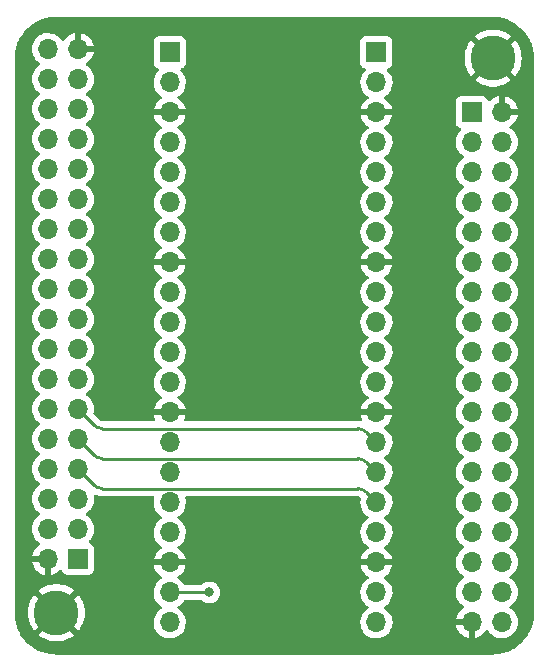
<source format=gbr>
%TF.GenerationSoftware,KiCad,Pcbnew,(6.0.5-0)*%
%TF.CreationDate,2022-06-05T15:38:56+08:00*%
%TF.ProjectId,SCO_D_V0.2,53434f5f-445f-4563-902e-322e6b696361,rev?*%
%TF.SameCoordinates,Original*%
%TF.FileFunction,Copper,L2,Bot*%
%TF.FilePolarity,Positive*%
%FSLAX46Y46*%
G04 Gerber Fmt 4.6, Leading zero omitted, Abs format (unit mm)*
G04 Created by KiCad (PCBNEW (6.0.5-0)) date 2022-06-05 15:38:56*
%MOMM*%
%LPD*%
G01*
G04 APERTURE LIST*
%TA.AperFunction,ComponentPad*%
%ADD10R,1.700000X1.700000*%
%TD*%
%TA.AperFunction,ComponentPad*%
%ADD11O,1.700000X1.700000*%
%TD*%
%TA.AperFunction,ConnectorPad*%
%ADD12C,3.800000*%
%TD*%
%TA.AperFunction,ComponentPad*%
%ADD13C,2.600000*%
%TD*%
%TA.AperFunction,ViaPad*%
%ADD14C,0.800000*%
%TD*%
%TA.AperFunction,Conductor*%
%ADD15C,0.250000*%
%TD*%
G04 APERTURE END LIST*
D10*
%TO.P,J1,1,Pin_1*%
%TO.N,IO 0*%
X212650000Y-38100000D03*
D11*
%TO.P,J1,2,Pin_2*%
%TO.N,IO 1*%
X212650000Y-40640000D03*
%TO.P,J1,3,Pin_3*%
%TO.N,GND*%
X212650000Y-43180000D03*
%TO.P,J1,4,Pin_4*%
%TO.N,IO 2*%
X212650000Y-45720000D03*
%TO.P,J1,5,Pin_5*%
%TO.N,IO 3*%
X212650000Y-48260000D03*
%TO.P,J1,6,Pin_6*%
%TO.N,IO 4*%
X212650000Y-50800000D03*
%TO.P,J1,7,Pin_7*%
%TO.N,IO 5*%
X212650000Y-53340000D03*
%TO.P,J1,8,Pin_8*%
%TO.N,GND*%
X212650000Y-55880000D03*
%TO.P,J1,9,Pin_9*%
%TO.N,IO 6*%
X212650000Y-58420000D03*
%TO.P,J1,10,Pin_10*%
%TO.N,IO 7*%
X212650000Y-60960000D03*
%TO.P,J1,11,Pin_11*%
%TO.N,IO 8*%
X212650000Y-63500000D03*
%TO.P,J1,12,Pin_12*%
%TO.N,IO 9*%
X212650000Y-66040000D03*
%TO.P,J1,13,Pin_13*%
%TO.N,GND*%
X212650000Y-68580000D03*
%TO.P,J1,14,Pin_14*%
%TO.N,IO 10*%
X212650000Y-71120000D03*
%TO.P,J1,15,Pin_15*%
%TO.N,IO 11*%
X212650000Y-73660000D03*
%TO.P,J1,16,Pin_16*%
%TO.N,IO 12*%
X212650000Y-76200000D03*
%TO.P,J1,17,Pin_17*%
%TO.N,IO 13*%
X212650000Y-78740000D03*
%TO.P,J1,18,Pin_18*%
%TO.N,GND*%
X212650000Y-81280000D03*
%TO.P,J1,19,Pin_19*%
%TO.N,IO 14*%
X212650000Y-83820000D03*
%TO.P,J1,20,Pin_20*%
%TO.N,IO 15*%
X212650000Y-86360000D03*
%TD*%
D12*
%TO.P,SCOD1,1*%
%TO.N,GND*%
X203059727Y-85526111D03*
X240024027Y-38586811D03*
D13*
%TO.N,N/C*%
X240024027Y-38586811D03*
D10*
X238223427Y-43150511D03*
D13*
X203059727Y-85526111D03*
D10*
X204873427Y-81000511D03*
D11*
%TO.P,SCOD1,2*%
%TO.N,GND*%
X240763427Y-43150511D03*
X202333427Y-81000511D03*
%TO.P,SCOD1,3*%
%TO.N,N/C*%
X204873427Y-78460511D03*
%TO.N,VBUS*%
X238223427Y-45690511D03*
%TO.P,SCOD1,4*%
%TO.N,N/C*%
X240763427Y-45690511D03*
X202333427Y-78460511D03*
%TO.P,SCOD1,5*%
X204873427Y-75920511D03*
%TO.N,+3V3*%
X238223427Y-48230511D03*
%TO.P,SCOD1,6*%
%TO.N,N/C*%
X240763427Y-48230511D03*
X202333427Y-75920511D03*
%TO.P,SCOD1,7*%
%TO.N,IO 18*%
X204873427Y-73380511D03*
%TO.N,IO 20*%
X238223427Y-50770511D03*
%TO.P,SCOD1,8*%
%TO.N,IO 13*%
X202333427Y-73380511D03*
%TO.N,N/C*%
X240763427Y-50770511D03*
%TO.P,SCOD1,9*%
%TO.N,IO 21*%
X238223427Y-53310511D03*
%TO.N,IO 17*%
X204873427Y-70840511D03*
%TO.P,SCOD1,10*%
%TO.N,N/C*%
X240763427Y-53310511D03*
%TO.N,IO 12*%
X202333427Y-70840511D03*
%TO.P,SCOD1,11*%
%TO.N,IO 16*%
X204873427Y-68300511D03*
%TO.N,IO 22*%
X238223427Y-55850511D03*
%TO.P,SCOD1,12*%
%TO.N,N/C*%
X240763427Y-55850511D03*
%TO.N,IO 11*%
X202333427Y-68300511D03*
%TO.P,SCOD1,13*%
%TO.N,IO 15*%
X204873427Y-65760511D03*
%TO.N,SCL 0*%
X238223427Y-58390511D03*
%TO.P,SCOD1,14*%
%TO.N,N/C*%
X240763427Y-58390511D03*
%TO.N,IO 10*%
X202333427Y-65760511D03*
%TO.P,SCOD1,15*%
%TO.N,SDA 0*%
X238223427Y-60930511D03*
%TO.N,IO 14*%
X204873427Y-63220511D03*
%TO.P,SCOD1,16*%
%TO.N,N/C*%
X240763427Y-60930511D03*
%TO.N,IO 9*%
X202333427Y-63220511D03*
%TO.P,SCOD1,17*%
%TO.N,IO 23*%
X238223427Y-63470511D03*
%TO.N,N/C*%
X204873427Y-60680511D03*
%TO.P,SCOD1,18*%
%TO.N,IO 8*%
X202333427Y-60680511D03*
%TO.N,N/C*%
X240763427Y-63470511D03*
%TO.P,SCOD1,19*%
X204873427Y-58140511D03*
%TO.N,IO 19*%
X238223427Y-66010511D03*
%TO.P,SCOD1,20*%
%TO.N,N/C*%
X240763427Y-66010511D03*
%TO.N,IO 7*%
X202333427Y-58140511D03*
%TO.P,SCOD1,21*%
%TO.N,N/C*%
X238223427Y-68550511D03*
X204873427Y-55600511D03*
%TO.P,SCOD1,22*%
X240763427Y-68550511D03*
%TO.N,IO 6*%
X202333427Y-55600511D03*
%TO.P,SCOD1,23*%
%TO.N,N/C*%
X238223427Y-71090511D03*
X204873427Y-53060511D03*
%TO.P,SCOD1,24*%
%TO.N,IO 5*%
X202333427Y-53060511D03*
%TO.N,N/C*%
X240763427Y-71090511D03*
%TO.P,SCOD1,25*%
X238223427Y-73630511D03*
X204873427Y-50520511D03*
%TO.P,SCOD1,26*%
%TO.N,IO 4*%
X202333427Y-50520511D03*
%TO.N,N/C*%
X240763427Y-73630511D03*
%TO.P,SCOD1,27*%
X204873427Y-47980511D03*
X238223427Y-76170511D03*
%TO.P,SCOD1,28*%
%TO.N,IO 3*%
X202333427Y-47980511D03*
%TO.N,N/C*%
X240763427Y-76170511D03*
%TO.P,SCOD1,29*%
X238223427Y-78710511D03*
X204873427Y-45440511D03*
%TO.P,SCOD1,30*%
X240763427Y-78710511D03*
%TO.N,IO 2*%
X202333427Y-45440511D03*
%TO.P,SCOD1,31*%
%TO.N,N/C*%
X204873427Y-42900511D03*
%TO.N,UART0 RX*%
X238223427Y-81250511D03*
%TO.P,SCOD1,32*%
%TO.N,N/C*%
X240763427Y-81250511D03*
%TO.N,IO 1*%
X202333427Y-42900511D03*
%TO.P,SCOD1,33*%
%TO.N,UART0 TX*%
X238223427Y-83790511D03*
%TO.N,N/C*%
X204873427Y-40360511D03*
%TO.P,SCOD1,34*%
X240763427Y-83790511D03*
%TO.N,IO 0*%
X202333427Y-40360511D03*
%TO.P,SCOD1,35*%
%TO.N,GND*%
X238223427Y-86330511D03*
X204873427Y-37820511D03*
%TO.P,SCOD1,36*%
%TO.N,N/C*%
X240763427Y-86330511D03*
%TO.N,VCC*%
X202333427Y-37820511D03*
%TD*%
D10*
%TO.P,J2,1,Pin_1*%
%TO.N,VBUS*%
X230150000Y-38100000D03*
D11*
%TO.P,J2,2,Pin_2*%
%TO.N,VCC*%
X230150000Y-40640000D03*
%TO.P,J2,3,Pin_3*%
%TO.N,GND*%
X230150000Y-43180000D03*
%TO.P,J2,4,Pin_4*%
%TO.N,+3V3*%
X230150000Y-45720000D03*
%TO.P,J2,5,Pin_5*%
%TO.N,IO 20*%
X230150000Y-48260000D03*
%TO.P,J2,6,Pin_6*%
%TO.N,unconnected-(J2-Pad6)*%
X230150000Y-50800000D03*
%TO.P,J2,7,Pin_7*%
%TO.N,IO 21*%
X230150000Y-53340000D03*
%TO.P,J2,8,Pin_8*%
%TO.N,GND*%
X230150000Y-55880000D03*
%TO.P,J2,9,Pin_9*%
%TO.N,IO 22*%
X230150000Y-58420000D03*
%TO.P,J2,10,Pin_10*%
%TO.N,SCL 0*%
X230150000Y-60960000D03*
%TO.P,J2,11,Pin_11*%
%TO.N,SDA 0*%
X230150000Y-63500000D03*
%TO.P,J2,12,Pin_12*%
%TO.N,IO 23*%
X230150000Y-66040000D03*
%TO.P,J2,13,Pin_13*%
%TO.N,GND*%
X230150000Y-68580000D03*
%TO.P,J2,14,Pin_14*%
%TO.N,IO 16*%
X230150000Y-71120000D03*
%TO.P,J2,15,Pin_15*%
%TO.N,IO 17*%
X230150000Y-73660000D03*
%TO.P,J2,16,Pin_16*%
%TO.N,IO 18*%
X230150000Y-76200000D03*
%TO.P,J2,17,Pin_17*%
%TO.N,IO 19*%
X230150000Y-78740000D03*
%TO.P,J2,18,Pin_18*%
%TO.N,GND*%
X230150000Y-81280000D03*
%TO.P,J2,19,Pin_19*%
%TO.N,UART0 RX*%
X230150000Y-83820000D03*
%TO.P,J2,20,Pin_20*%
%TO.N,UART0 TX*%
X230150000Y-86360000D03*
%TD*%
D14*
%TO.N,IO 14*%
X216000000Y-83820000D03*
%TD*%
D15*
%TO.N,IO 18*%
X229268397Y-75318367D02*
G75*
G03*
X228561275Y-75025489I-707097J-707133D01*
G01*
X206932619Y-75025479D02*
G75*
G02*
X206225512Y-74732596I-19J999979D01*
G01*
%TO.N,IO 17*%
X206225505Y-72192603D02*
G75*
G03*
X206932619Y-72485489I707095J707103D01*
G01*
X229268397Y-72778367D02*
G75*
G03*
X228561275Y-72485489I-707097J-707133D01*
G01*
%TO.N,IO 16*%
X206932619Y-69945479D02*
G75*
G02*
X206225512Y-69652596I-19J999979D01*
G01*
X228561275Y-69945510D02*
G75*
G02*
X229268382Y-70238382I25J-999990D01*
G01*
%TO.N,IO 14*%
X216000000Y-83820000D02*
X212650000Y-83820000D01*
%TO.N,IO 18*%
X230150000Y-76200000D02*
X229268382Y-75318382D01*
X228561275Y-75025489D02*
X206932619Y-75025489D01*
X206225512Y-74732596D02*
X204873427Y-73380511D01*
%TO.N,IO 17*%
X230150000Y-73660000D02*
X229268382Y-72778382D01*
X206225512Y-72192596D02*
X204873427Y-70840511D01*
X228561275Y-72485489D02*
X206932619Y-72485489D01*
%TO.N,IO 16*%
X230150000Y-71120000D02*
X229268382Y-70238382D01*
X228561275Y-69945489D02*
X206932619Y-69945489D01*
X206225512Y-69652596D02*
X204873427Y-68300511D01*
%TD*%
%TA.AperFunction,Conductor*%
%TO.N,GND*%
G36*
X239997728Y-35094571D02*
G01*
X240000558Y-35094605D01*
X240162966Y-35096530D01*
X240173822Y-35097128D01*
X240506416Y-35129884D01*
X240518648Y-35131698D01*
X240842751Y-35196167D01*
X240854745Y-35199171D01*
X240916151Y-35217798D01*
X241170973Y-35295097D01*
X241182596Y-35299257D01*
X241457781Y-35413242D01*
X241487889Y-35425713D01*
X241499068Y-35431000D01*
X241712240Y-35544943D01*
X241790498Y-35586773D01*
X241801104Y-35593130D01*
X242075858Y-35776715D01*
X242085790Y-35784081D01*
X242341230Y-35993715D01*
X242350391Y-36002019D01*
X242584043Y-36235671D01*
X242592348Y-36244833D01*
X242793771Y-36490269D01*
X242801979Y-36500271D01*
X242809342Y-36510199D01*
X242970259Y-36751029D01*
X242992933Y-36784963D01*
X242999289Y-36795567D01*
X243016294Y-36827381D01*
X243155056Y-37086987D01*
X243160343Y-37098165D01*
X243286803Y-37403468D01*
X243290968Y-37415110D01*
X243310204Y-37478522D01*
X243386886Y-37731307D01*
X243386886Y-37731308D01*
X243389890Y-37743299D01*
X243439098Y-37990683D01*
X243454359Y-38067408D01*
X243456173Y-38079639D01*
X243487880Y-38401559D01*
X243488933Y-38412251D01*
X243489530Y-38423095D01*
X243490059Y-38467656D01*
X243491491Y-38588329D01*
X243491500Y-38589824D01*
X243491500Y-85582201D01*
X243491491Y-85583731D01*
X243490184Y-85691375D01*
X243489484Y-85748968D01*
X243488886Y-85759785D01*
X243476289Y-85887679D01*
X243456117Y-86092472D01*
X243454303Y-86104703D01*
X243389834Y-86428798D01*
X243386829Y-86440792D01*
X243290909Y-86756997D01*
X243286743Y-86768640D01*
X243160291Y-87073915D01*
X243155005Y-87085092D01*
X242999235Y-87376515D01*
X242992879Y-87387119D01*
X242817511Y-87649576D01*
X242809294Y-87661873D01*
X242801932Y-87671800D01*
X242760936Y-87721753D01*
X242592304Y-87927231D01*
X242584000Y-87936393D01*
X242350338Y-88170052D01*
X242341177Y-88178355D01*
X242085752Y-88387977D01*
X242075820Y-88395343D01*
X241801067Y-88578926D01*
X241790466Y-88585280D01*
X241684221Y-88642069D01*
X241499044Y-88741048D01*
X241487865Y-88746335D01*
X241182578Y-88872789D01*
X241170951Y-88876950D01*
X240854723Y-88972876D01*
X240842736Y-88975878D01*
X240521042Y-89039867D01*
X240518643Y-89040344D01*
X240506412Y-89042158D01*
X240173695Y-89074927D01*
X240162891Y-89075525D01*
X239997604Y-89077553D01*
X239996058Y-89077562D01*
X203003945Y-89077562D01*
X203002399Y-89077553D01*
X202837101Y-89075525D01*
X202826297Y-89074927D01*
X202493595Y-89042158D01*
X202481363Y-89040344D01*
X202157265Y-88975876D01*
X202145271Y-88972871D01*
X201829076Y-88876954D01*
X201817434Y-88872789D01*
X201512138Y-88746332D01*
X201500960Y-88741045D01*
X201209544Y-88585280D01*
X201198938Y-88578923D01*
X200924193Y-88395343D01*
X200914261Y-88387977D01*
X200658820Y-88178342D01*
X200649659Y-88170038D01*
X200416019Y-87936398D01*
X200407715Y-87927237D01*
X200198083Y-87671800D01*
X200190717Y-87661868D01*
X200069673Y-87480712D01*
X200007135Y-87387117D01*
X200000779Y-87376513D01*
X199929677Y-87243489D01*
X199845012Y-87085092D01*
X199839727Y-87073918D01*
X199822875Y-87033233D01*
X199713272Y-86768627D01*
X199709109Y-86756995D01*
X199703393Y-86738150D01*
X199613189Y-86440786D01*
X199610185Y-86428792D01*
X199545718Y-86104698D01*
X199543904Y-86092466D01*
X199511135Y-85759764D01*
X199510537Y-85748960D01*
X199508509Y-85583666D01*
X199508500Y-85582120D01*
X199508500Y-85530069D01*
X200647215Y-85530069D01*
X200665742Y-85824547D01*
X200666735Y-85832408D01*
X200722023Y-86122239D01*
X200723994Y-86129916D01*
X200815173Y-86410535D01*
X200818088Y-86417898D01*
X200943720Y-86684881D01*
X200947532Y-86691814D01*
X201105636Y-86940946D01*
X201110290Y-86947352D01*
X201175248Y-87025872D01*
X201187767Y-87034328D01*
X201198505Y-87028122D01*
X201511863Y-86714764D01*
X201574175Y-86680738D01*
X201644990Y-86685803D01*
X201689970Y-86716968D01*
X201691008Y-86715921D01*
X201871368Y-86894714D01*
X201905664Y-86956877D01*
X201900909Y-87027714D01*
X201871757Y-87073292D01*
X201556654Y-87388395D01*
X201550041Y-87400506D01*
X201558868Y-87412124D01*
X201763697Y-87560941D01*
X201770377Y-87565181D01*
X202028961Y-87707339D01*
X202036096Y-87710696D01*
X202310473Y-87819330D01*
X202317964Y-87821764D01*
X202603786Y-87895150D01*
X202611557Y-87896632D01*
X202904297Y-87933614D01*
X202912187Y-87934111D01*
X203207267Y-87934111D01*
X203215157Y-87933614D01*
X203507897Y-87896632D01*
X203515668Y-87895150D01*
X203801490Y-87821764D01*
X203808981Y-87819330D01*
X204083358Y-87710696D01*
X204090493Y-87707339D01*
X204349077Y-87565181D01*
X204355757Y-87560941D01*
X204560957Y-87411855D01*
X204569380Y-87400932D01*
X204562476Y-87388071D01*
X204245273Y-87070868D01*
X204211247Y-87008556D01*
X204216312Y-86937741D01*
X204252956Y-86885606D01*
X204310413Y-86836964D01*
X204330876Y-86819641D01*
X204353976Y-86793301D01*
X204420467Y-86717483D01*
X204480420Y-86679456D01*
X204551415Y-86679878D01*
X204604293Y-86711466D01*
X204919846Y-87027019D01*
X204933109Y-87034261D01*
X204943211Y-87027074D01*
X205009164Y-86947352D01*
X205013818Y-86940946D01*
X205171922Y-86691814D01*
X205175734Y-86684881D01*
X205301366Y-86417898D01*
X205304281Y-86410535D01*
X205331522Y-86326695D01*
X211287251Y-86326695D01*
X211287548Y-86331848D01*
X211287548Y-86331851D01*
X211293011Y-86426590D01*
X211300110Y-86549715D01*
X211301247Y-86554761D01*
X211301248Y-86554767D01*
X211316746Y-86623534D01*
X211349222Y-86767639D01*
X211433266Y-86974616D01*
X211471365Y-87036788D01*
X211522330Y-87119955D01*
X211549987Y-87165088D01*
X211696250Y-87333938D01*
X211868126Y-87476632D01*
X212061000Y-87589338D01*
X212269692Y-87669030D01*
X212274760Y-87670061D01*
X212274763Y-87670062D01*
X212380666Y-87691608D01*
X212488597Y-87713567D01*
X212493772Y-87713757D01*
X212493774Y-87713757D01*
X212706673Y-87721564D01*
X212706677Y-87721564D01*
X212711837Y-87721753D01*
X212716957Y-87721097D01*
X212716959Y-87721097D01*
X212928288Y-87694025D01*
X212928289Y-87694025D01*
X212933416Y-87693368D01*
X212938366Y-87691883D01*
X213142429Y-87630661D01*
X213142434Y-87630659D01*
X213147384Y-87629174D01*
X213347994Y-87530896D01*
X213529860Y-87401173D01*
X213554607Y-87376513D01*
X213630843Y-87300542D01*
X213688096Y-87243489D01*
X213747594Y-87160689D01*
X213815435Y-87066277D01*
X213818453Y-87062077D01*
X213832168Y-87034328D01*
X213915136Y-86866453D01*
X213915137Y-86866451D01*
X213917430Y-86861811D01*
X213962106Y-86714764D01*
X213980865Y-86653023D01*
X213980865Y-86653021D01*
X213982370Y-86648069D01*
X214011529Y-86426590D01*
X214011611Y-86423240D01*
X214013074Y-86363365D01*
X214013074Y-86363361D01*
X214013156Y-86360000D01*
X214010418Y-86326695D01*
X228787251Y-86326695D01*
X228787548Y-86331848D01*
X228787548Y-86331851D01*
X228793011Y-86426590D01*
X228800110Y-86549715D01*
X228801247Y-86554761D01*
X228801248Y-86554767D01*
X228816746Y-86623534D01*
X228849222Y-86767639D01*
X228933266Y-86974616D01*
X228971365Y-87036788D01*
X229022330Y-87119955D01*
X229049987Y-87165088D01*
X229196250Y-87333938D01*
X229368126Y-87476632D01*
X229561000Y-87589338D01*
X229769692Y-87669030D01*
X229774760Y-87670061D01*
X229774763Y-87670062D01*
X229880666Y-87691608D01*
X229988597Y-87713567D01*
X229993772Y-87713757D01*
X229993774Y-87713757D01*
X230206673Y-87721564D01*
X230206677Y-87721564D01*
X230211837Y-87721753D01*
X230216957Y-87721097D01*
X230216959Y-87721097D01*
X230428288Y-87694025D01*
X230428289Y-87694025D01*
X230433416Y-87693368D01*
X230438366Y-87691883D01*
X230642429Y-87630661D01*
X230642434Y-87630659D01*
X230647384Y-87629174D01*
X230847994Y-87530896D01*
X231029860Y-87401173D01*
X231054607Y-87376513D01*
X231130843Y-87300542D01*
X231188096Y-87243489D01*
X231247594Y-87160689D01*
X231315435Y-87066277D01*
X231318453Y-87062077D01*
X231332168Y-87034328D01*
X231415136Y-86866453D01*
X231415137Y-86866451D01*
X231417430Y-86861811D01*
X231462106Y-86714764D01*
X231480865Y-86653023D01*
X231480865Y-86653021D01*
X231482370Y-86648069D01*
X231488899Y-86598477D01*
X236891684Y-86598477D01*
X236921992Y-86732957D01*
X236925072Y-86742786D01*
X237005197Y-86940114D01*
X237009840Y-86949305D01*
X237121121Y-87130899D01*
X237127204Y-87139210D01*
X237266640Y-87300178D01*
X237274007Y-87307394D01*
X237437861Y-87443427D01*
X237446308Y-87449342D01*
X237630183Y-87556790D01*
X237639469Y-87561240D01*
X237838428Y-87637214D01*
X237848326Y-87640090D01*
X237951677Y-87661117D01*
X237965726Y-87659921D01*
X237969427Y-87649576D01*
X237969427Y-86602626D01*
X237964952Y-86587387D01*
X237963562Y-86586182D01*
X237955879Y-86584511D01*
X236906652Y-86584511D01*
X236893121Y-86588484D01*
X236891684Y-86598477D01*
X231488899Y-86598477D01*
X231511529Y-86426590D01*
X231511611Y-86423240D01*
X231513074Y-86363365D01*
X231513074Y-86363361D01*
X231513156Y-86360000D01*
X231494852Y-86137361D01*
X231440431Y-85920702D01*
X231351354Y-85715840D01*
X231294536Y-85628013D01*
X231232822Y-85532617D01*
X231232820Y-85532614D01*
X231230014Y-85528277D01*
X231079670Y-85363051D01*
X231075619Y-85359852D01*
X231075615Y-85359848D01*
X230908414Y-85227800D01*
X230908410Y-85227798D01*
X230904359Y-85224598D01*
X230863053Y-85201796D01*
X230813084Y-85151364D01*
X230798312Y-85081921D01*
X230823428Y-85015516D01*
X230850780Y-84988909D01*
X230905347Y-84949987D01*
X231029860Y-84861173D01*
X231188096Y-84703489D01*
X231197670Y-84690166D01*
X231315435Y-84526277D01*
X231318453Y-84522077D01*
X231322145Y-84514608D01*
X231415136Y-84326453D01*
X231415137Y-84326451D01*
X231417430Y-84321811D01*
X231479747Y-84116702D01*
X231480865Y-84113023D01*
X231480865Y-84113021D01*
X231482370Y-84108069D01*
X231511529Y-83886590D01*
X231511611Y-83883240D01*
X231513074Y-83823365D01*
X231513074Y-83823361D01*
X231513156Y-83820000D01*
X231507993Y-83757206D01*
X236860678Y-83757206D01*
X236860975Y-83762359D01*
X236860975Y-83762362D01*
X236866438Y-83857101D01*
X236873537Y-83980226D01*
X236874674Y-83985272D01*
X236874675Y-83985278D01*
X236884611Y-84029364D01*
X236922649Y-84198150D01*
X237006693Y-84405127D01*
X237044313Y-84466518D01*
X237120718Y-84591199D01*
X237123414Y-84595599D01*
X237269677Y-84764449D01*
X237441553Y-84907143D01*
X237480639Y-84929983D01*
X237515382Y-84950285D01*
X237564106Y-85001923D01*
X237577177Y-85071706D01*
X237550446Y-85137478D01*
X237509989Y-85170838D01*
X237501884Y-85175057D01*
X237493165Y-85180547D01*
X237322860Y-85308416D01*
X237315153Y-85315259D01*
X237168017Y-85469228D01*
X237161531Y-85477238D01*
X237041525Y-85653160D01*
X237036427Y-85662134D01*
X236946765Y-85855294D01*
X236943202Y-85864981D01*
X236887816Y-86064694D01*
X236889339Y-86073118D01*
X236901719Y-86076511D01*
X238351427Y-86076511D01*
X238419548Y-86096513D01*
X238466041Y-86150169D01*
X238477427Y-86202511D01*
X238477427Y-87649028D01*
X238481491Y-87662870D01*
X238494905Y-87664904D01*
X238501611Y-87664045D01*
X238511689Y-87661903D01*
X238715682Y-87600702D01*
X238725269Y-87596944D01*
X238916522Y-87503250D01*
X238925372Y-87497975D01*
X239098755Y-87374303D01*
X239106627Y-87367650D01*
X239257479Y-87217323D01*
X239264157Y-87209476D01*
X239391449Y-87032330D01*
X239392706Y-87033233D01*
X239439800Y-86989873D01*
X239509738Y-86977656D01*
X239575178Y-87005189D01*
X239603006Y-87037022D01*
X239663414Y-87135599D01*
X239809677Y-87304449D01*
X239981553Y-87447143D01*
X240174427Y-87559849D01*
X240383119Y-87639541D01*
X240388187Y-87640572D01*
X240388190Y-87640573D01*
X240483289Y-87659921D01*
X240602024Y-87684078D01*
X240607199Y-87684268D01*
X240607201Y-87684268D01*
X240820100Y-87692075D01*
X240820104Y-87692075D01*
X240825264Y-87692264D01*
X240830384Y-87691608D01*
X240830386Y-87691608D01*
X241041715Y-87664536D01*
X241041716Y-87664536D01*
X241046843Y-87663879D01*
X241051793Y-87662394D01*
X241255856Y-87601172D01*
X241255861Y-87601170D01*
X241260811Y-87599685D01*
X241461421Y-87501407D01*
X241643287Y-87371684D01*
X241801523Y-87214000D01*
X241898074Y-87079635D01*
X241928862Y-87036788D01*
X241931880Y-87032588D01*
X241934633Y-87027019D01*
X242028563Y-86836964D01*
X242028564Y-86836962D01*
X242030857Y-86832322D01*
X242095797Y-86618580D01*
X242124956Y-86397101D01*
X242125780Y-86363365D01*
X242126501Y-86333876D01*
X242126501Y-86333872D01*
X242126583Y-86330511D01*
X242108279Y-86107872D01*
X242053858Y-85891213D01*
X241964781Y-85686351D01*
X241897351Y-85582120D01*
X241846249Y-85503128D01*
X241846247Y-85503125D01*
X241843441Y-85498788D01*
X241693097Y-85333562D01*
X241689046Y-85330363D01*
X241689042Y-85330359D01*
X241521841Y-85198311D01*
X241521837Y-85198309D01*
X241517786Y-85195109D01*
X241476480Y-85172307D01*
X241426511Y-85121875D01*
X241411739Y-85052432D01*
X241436855Y-84986027D01*
X241464207Y-84959420D01*
X241516239Y-84922306D01*
X241643287Y-84831684D01*
X241801523Y-84674000D01*
X241861021Y-84591200D01*
X241928862Y-84496788D01*
X241931880Y-84492588D01*
X241941579Y-84472965D01*
X242028563Y-84296964D01*
X242028564Y-84296962D01*
X242030857Y-84292322D01*
X242086838Y-84108069D01*
X242094292Y-84083534D01*
X242094292Y-84083532D01*
X242095797Y-84078580D01*
X242124956Y-83857101D01*
X242125780Y-83823365D01*
X242126501Y-83793876D01*
X242126501Y-83793872D01*
X242126583Y-83790511D01*
X242108279Y-83567872D01*
X242053858Y-83351213D01*
X241964781Y-83146351D01*
X241865326Y-82992617D01*
X241846249Y-82963128D01*
X241846247Y-82963125D01*
X241843441Y-82958788D01*
X241693097Y-82793562D01*
X241689046Y-82790363D01*
X241689042Y-82790359D01*
X241521841Y-82658311D01*
X241521837Y-82658309D01*
X241517786Y-82655109D01*
X241476480Y-82632307D01*
X241426511Y-82581875D01*
X241411739Y-82512432D01*
X241436855Y-82446027D01*
X241464207Y-82419420D01*
X241508030Y-82388161D01*
X241643287Y-82291684D01*
X241664343Y-82270702D01*
X241728677Y-82206592D01*
X241801523Y-82134000D01*
X241861021Y-82051200D01*
X241928862Y-81956788D01*
X241931880Y-81952588D01*
X241952747Y-81910368D01*
X242028563Y-81756964D01*
X242028564Y-81756962D01*
X242030857Y-81752322D01*
X242095797Y-81538580D01*
X242124956Y-81317101D01*
X242126415Y-81257387D01*
X242126501Y-81253876D01*
X242126501Y-81253872D01*
X242126583Y-81250511D01*
X242108279Y-81027872D01*
X242053858Y-80811213D01*
X241964781Y-80606351D01*
X241843441Y-80418788D01*
X241693097Y-80253562D01*
X241689046Y-80250363D01*
X241689042Y-80250359D01*
X241521841Y-80118311D01*
X241521837Y-80118309D01*
X241517786Y-80115109D01*
X241476480Y-80092307D01*
X241426511Y-80041875D01*
X241411739Y-79972432D01*
X241436855Y-79906027D01*
X241464207Y-79879420D01*
X241518297Y-79840838D01*
X241643287Y-79751684D01*
X241689852Y-79705282D01*
X241753344Y-79642011D01*
X241801523Y-79594000D01*
X241811761Y-79579753D01*
X241928862Y-79416788D01*
X241931880Y-79412588D01*
X241952747Y-79370368D01*
X242028563Y-79216964D01*
X242028564Y-79216962D01*
X242030857Y-79212322D01*
X242095797Y-78998580D01*
X242124956Y-78777101D01*
X242125780Y-78743365D01*
X242126501Y-78713876D01*
X242126501Y-78713872D01*
X242126583Y-78710511D01*
X242108279Y-78487872D01*
X242053858Y-78271213D01*
X241964781Y-78066351D01*
X241865326Y-77912617D01*
X241846249Y-77883128D01*
X241846247Y-77883125D01*
X241843441Y-77878788D01*
X241693097Y-77713562D01*
X241689046Y-77710363D01*
X241689042Y-77710359D01*
X241521841Y-77578311D01*
X241521837Y-77578309D01*
X241517786Y-77575109D01*
X241476480Y-77552307D01*
X241426511Y-77501875D01*
X241411739Y-77432432D01*
X241436855Y-77366027D01*
X241464207Y-77339420D01*
X241516236Y-77302308D01*
X241643287Y-77211684D01*
X241651131Y-77203868D01*
X241797862Y-77057648D01*
X241801523Y-77054000D01*
X241811761Y-77039753D01*
X241928862Y-76876788D01*
X241931880Y-76872588D01*
X241952747Y-76830368D01*
X242028563Y-76676964D01*
X242028564Y-76676962D01*
X242030857Y-76672322D01*
X242095797Y-76458580D01*
X242124956Y-76237101D01*
X242125780Y-76203365D01*
X242126501Y-76173876D01*
X242126501Y-76173872D01*
X242126583Y-76170511D01*
X242108279Y-75947872D01*
X242053858Y-75731213D01*
X241964781Y-75526351D01*
X241865326Y-75372617D01*
X241846249Y-75343128D01*
X241846247Y-75343125D01*
X241843441Y-75338788D01*
X241693097Y-75173562D01*
X241689046Y-75170363D01*
X241689042Y-75170359D01*
X241521841Y-75038311D01*
X241521837Y-75038309D01*
X241517786Y-75035109D01*
X241476480Y-75012307D01*
X241426511Y-74961875D01*
X241411739Y-74892432D01*
X241436855Y-74826027D01*
X241464207Y-74799420D01*
X241516236Y-74762308D01*
X241643287Y-74671684D01*
X241651131Y-74663868D01*
X241797862Y-74517648D01*
X241801523Y-74514000D01*
X241811761Y-74499753D01*
X241928862Y-74336788D01*
X241931880Y-74332588D01*
X241949241Y-74297462D01*
X242028563Y-74136964D01*
X242028564Y-74136962D01*
X242030857Y-74132322D01*
X242095797Y-73918580D01*
X242124956Y-73697101D01*
X242125780Y-73663365D01*
X242126501Y-73633876D01*
X242126501Y-73633872D01*
X242126583Y-73630511D01*
X242108279Y-73407872D01*
X242053858Y-73191213D01*
X241964781Y-72986351D01*
X241865326Y-72832617D01*
X241846249Y-72803128D01*
X241846247Y-72803125D01*
X241843441Y-72798788D01*
X241693097Y-72633562D01*
X241689046Y-72630363D01*
X241689042Y-72630359D01*
X241521841Y-72498311D01*
X241521837Y-72498309D01*
X241517786Y-72495109D01*
X241476480Y-72472307D01*
X241426511Y-72421875D01*
X241411739Y-72352432D01*
X241436855Y-72286027D01*
X241464207Y-72259420D01*
X241516236Y-72222308D01*
X241643287Y-72131684D01*
X241651131Y-72123868D01*
X241797862Y-71977648D01*
X241801523Y-71974000D01*
X241811761Y-71959753D01*
X241928862Y-71796788D01*
X241931880Y-71792588D01*
X241949226Y-71757492D01*
X242028563Y-71596964D01*
X242028564Y-71596962D01*
X242030857Y-71592322D01*
X242095797Y-71378580D01*
X242124956Y-71157101D01*
X242125780Y-71123365D01*
X242126501Y-71093876D01*
X242126501Y-71093872D01*
X242126583Y-71090511D01*
X242108279Y-70867872D01*
X242053858Y-70651213D01*
X241964781Y-70446351D01*
X241865326Y-70292617D01*
X241846249Y-70263128D01*
X241846247Y-70263125D01*
X241843441Y-70258788D01*
X241693097Y-70093562D01*
X241689046Y-70090363D01*
X241689042Y-70090359D01*
X241521841Y-69958311D01*
X241521837Y-69958309D01*
X241517786Y-69955109D01*
X241476480Y-69932307D01*
X241426511Y-69881875D01*
X241411739Y-69812432D01*
X241436855Y-69746027D01*
X241464207Y-69719420D01*
X241516236Y-69682308D01*
X241643287Y-69591684D01*
X241651131Y-69583868D01*
X241775445Y-69459987D01*
X241801523Y-69434000D01*
X241811761Y-69419753D01*
X241928862Y-69256788D01*
X241931880Y-69252588D01*
X241946912Y-69222174D01*
X242028563Y-69056964D01*
X242028564Y-69056962D01*
X242030857Y-69052322D01*
X242095797Y-68838580D01*
X242124956Y-68617101D01*
X242126583Y-68550511D01*
X242108279Y-68327872D01*
X242053858Y-68111213D01*
X241964781Y-67906351D01*
X241843441Y-67718788D01*
X241693097Y-67553562D01*
X241689046Y-67550363D01*
X241689042Y-67550359D01*
X241521841Y-67418311D01*
X241521837Y-67418309D01*
X241517786Y-67415109D01*
X241476480Y-67392307D01*
X241426511Y-67341875D01*
X241411739Y-67272432D01*
X241436855Y-67206027D01*
X241464207Y-67179420D01*
X241516236Y-67142308D01*
X241643287Y-67051684D01*
X241651131Y-67043868D01*
X241797862Y-66897648D01*
X241801523Y-66894000D01*
X241811761Y-66879753D01*
X241928862Y-66716788D01*
X241931880Y-66712588D01*
X241952747Y-66670368D01*
X242028563Y-66516964D01*
X242028564Y-66516962D01*
X242030857Y-66512322D01*
X242095797Y-66298580D01*
X242124956Y-66077101D01*
X242125780Y-66043365D01*
X242126501Y-66013876D01*
X242126501Y-66013872D01*
X242126583Y-66010511D01*
X242108279Y-65787872D01*
X242053858Y-65571213D01*
X241964781Y-65366351D01*
X241865326Y-65212617D01*
X241846249Y-65183128D01*
X241846247Y-65183125D01*
X241843441Y-65178788D01*
X241693097Y-65013562D01*
X241689046Y-65010363D01*
X241689042Y-65010359D01*
X241521841Y-64878311D01*
X241521837Y-64878309D01*
X241517786Y-64875109D01*
X241476480Y-64852307D01*
X241426511Y-64801875D01*
X241411739Y-64732432D01*
X241436855Y-64666027D01*
X241464207Y-64639420D01*
X241516236Y-64602308D01*
X241643287Y-64511684D01*
X241651131Y-64503868D01*
X241797862Y-64357648D01*
X241801523Y-64354000D01*
X241811761Y-64339753D01*
X241928862Y-64176788D01*
X241931880Y-64172588D01*
X241952747Y-64130368D01*
X242028563Y-63976964D01*
X242028564Y-63976962D01*
X242030857Y-63972322D01*
X242095797Y-63758580D01*
X242124956Y-63537101D01*
X242125780Y-63503365D01*
X242126501Y-63473876D01*
X242126501Y-63473872D01*
X242126583Y-63470511D01*
X242108279Y-63247872D01*
X242053858Y-63031213D01*
X241964781Y-62826351D01*
X241865326Y-62672617D01*
X241846249Y-62643128D01*
X241846247Y-62643125D01*
X241843441Y-62638788D01*
X241693097Y-62473562D01*
X241689046Y-62470363D01*
X241689042Y-62470359D01*
X241521841Y-62338311D01*
X241521837Y-62338309D01*
X241517786Y-62335109D01*
X241476480Y-62312307D01*
X241426511Y-62261875D01*
X241411739Y-62192432D01*
X241436855Y-62126027D01*
X241464207Y-62099420D01*
X241516236Y-62062308D01*
X241643287Y-61971684D01*
X241651131Y-61963868D01*
X241797862Y-61817648D01*
X241801523Y-61814000D01*
X241811761Y-61799753D01*
X241928862Y-61636788D01*
X241931880Y-61632588D01*
X241952747Y-61590368D01*
X242028563Y-61436964D01*
X242028564Y-61436962D01*
X242030857Y-61432322D01*
X242095797Y-61218580D01*
X242124956Y-60997101D01*
X242125780Y-60963365D01*
X242126501Y-60933876D01*
X242126501Y-60933872D01*
X242126583Y-60930511D01*
X242108279Y-60707872D01*
X242053858Y-60491213D01*
X241964781Y-60286351D01*
X241865326Y-60132617D01*
X241846249Y-60103128D01*
X241846247Y-60103125D01*
X241843441Y-60098788D01*
X241693097Y-59933562D01*
X241689046Y-59930363D01*
X241689042Y-59930359D01*
X241521841Y-59798311D01*
X241521837Y-59798309D01*
X241517786Y-59795109D01*
X241476480Y-59772307D01*
X241426511Y-59721875D01*
X241411739Y-59652432D01*
X241436855Y-59586027D01*
X241464207Y-59559420D01*
X241516236Y-59522308D01*
X241643287Y-59431684D01*
X241651131Y-59423868D01*
X241797862Y-59277648D01*
X241801523Y-59274000D01*
X241811761Y-59259753D01*
X241928862Y-59096788D01*
X241931880Y-59092588D01*
X241952747Y-59050368D01*
X242028563Y-58896964D01*
X242028564Y-58896962D01*
X242030857Y-58892322D01*
X242095797Y-58678580D01*
X242124956Y-58457101D01*
X242125780Y-58423365D01*
X242126501Y-58393876D01*
X242126501Y-58393872D01*
X242126583Y-58390511D01*
X242108279Y-58167872D01*
X242053858Y-57951213D01*
X241964781Y-57746351D01*
X241865326Y-57592617D01*
X241846249Y-57563128D01*
X241846247Y-57563125D01*
X241843441Y-57558788D01*
X241693097Y-57393562D01*
X241689046Y-57390363D01*
X241689042Y-57390359D01*
X241521841Y-57258311D01*
X241521837Y-57258309D01*
X241517786Y-57255109D01*
X241476480Y-57232307D01*
X241426511Y-57181875D01*
X241411739Y-57112432D01*
X241436855Y-57046027D01*
X241464207Y-57019420D01*
X241516236Y-56982308D01*
X241643287Y-56891684D01*
X241651131Y-56883868D01*
X241775445Y-56759987D01*
X241801523Y-56734000D01*
X241811761Y-56719753D01*
X241928862Y-56556788D01*
X241931880Y-56552588D01*
X241952747Y-56510368D01*
X242028563Y-56356964D01*
X242028564Y-56356962D01*
X242030857Y-56352322D01*
X242095797Y-56138580D01*
X242124956Y-55917101D01*
X242126583Y-55850511D01*
X242108279Y-55627872D01*
X242053858Y-55411213D01*
X241964781Y-55206351D01*
X241843441Y-55018788D01*
X241693097Y-54853562D01*
X241689046Y-54850363D01*
X241689042Y-54850359D01*
X241521841Y-54718311D01*
X241521837Y-54718309D01*
X241517786Y-54715109D01*
X241476480Y-54692307D01*
X241426511Y-54641875D01*
X241411739Y-54572432D01*
X241436855Y-54506027D01*
X241464207Y-54479420D01*
X241516236Y-54442308D01*
X241643287Y-54351684D01*
X241651131Y-54343868D01*
X241797862Y-54197648D01*
X241801523Y-54194000D01*
X241811761Y-54179753D01*
X241928862Y-54016788D01*
X241931880Y-54012588D01*
X241952747Y-53970368D01*
X242028563Y-53816964D01*
X242028564Y-53816962D01*
X242030857Y-53812322D01*
X242095797Y-53598580D01*
X242124956Y-53377101D01*
X242125780Y-53343365D01*
X242126501Y-53313876D01*
X242126501Y-53313872D01*
X242126583Y-53310511D01*
X242108279Y-53087872D01*
X242053858Y-52871213D01*
X241964781Y-52666351D01*
X241865326Y-52512617D01*
X241846249Y-52483128D01*
X241846247Y-52483125D01*
X241843441Y-52478788D01*
X241693097Y-52313562D01*
X241689046Y-52310363D01*
X241689042Y-52310359D01*
X241521841Y-52178311D01*
X241521837Y-52178309D01*
X241517786Y-52175109D01*
X241476480Y-52152307D01*
X241426511Y-52101875D01*
X241411739Y-52032432D01*
X241436855Y-51966027D01*
X241464207Y-51939420D01*
X241516236Y-51902308D01*
X241643287Y-51811684D01*
X241651131Y-51803868D01*
X241797862Y-51657648D01*
X241801523Y-51654000D01*
X241811761Y-51639753D01*
X241928862Y-51476788D01*
X241931880Y-51472588D01*
X241952747Y-51430368D01*
X242028563Y-51276964D01*
X242028564Y-51276962D01*
X242030857Y-51272322D01*
X242095797Y-51058580D01*
X242124956Y-50837101D01*
X242125780Y-50803365D01*
X242126501Y-50773876D01*
X242126501Y-50773872D01*
X242126583Y-50770511D01*
X242108279Y-50547872D01*
X242053858Y-50331213D01*
X241964781Y-50126351D01*
X241865326Y-49972617D01*
X241846249Y-49943128D01*
X241846247Y-49943125D01*
X241843441Y-49938788D01*
X241693097Y-49773562D01*
X241689046Y-49770363D01*
X241689042Y-49770359D01*
X241521841Y-49638311D01*
X241521837Y-49638309D01*
X241517786Y-49635109D01*
X241476480Y-49612307D01*
X241426511Y-49561875D01*
X241411739Y-49492432D01*
X241436855Y-49426027D01*
X241464207Y-49399420D01*
X241516236Y-49362308D01*
X241643287Y-49271684D01*
X241651131Y-49263868D01*
X241797862Y-49117648D01*
X241801523Y-49114000D01*
X241811761Y-49099753D01*
X241928862Y-48936788D01*
X241931880Y-48932588D01*
X241952747Y-48890368D01*
X242028563Y-48736964D01*
X242028564Y-48736962D01*
X242030857Y-48732322D01*
X242095797Y-48518580D01*
X242124956Y-48297101D01*
X242125780Y-48263365D01*
X242126501Y-48233876D01*
X242126501Y-48233872D01*
X242126583Y-48230511D01*
X242108279Y-48007872D01*
X242053858Y-47791213D01*
X241964781Y-47586351D01*
X241865326Y-47432617D01*
X241846249Y-47403128D01*
X241846247Y-47403125D01*
X241843441Y-47398788D01*
X241693097Y-47233562D01*
X241689046Y-47230363D01*
X241689042Y-47230359D01*
X241521841Y-47098311D01*
X241521837Y-47098309D01*
X241517786Y-47095109D01*
X241476480Y-47072307D01*
X241426511Y-47021875D01*
X241411739Y-46952432D01*
X241436855Y-46886027D01*
X241464207Y-46859420D01*
X241516236Y-46822308D01*
X241643287Y-46731684D01*
X241651131Y-46723868D01*
X241797862Y-46577648D01*
X241801523Y-46574000D01*
X241811761Y-46559753D01*
X241928862Y-46396788D01*
X241931880Y-46392588D01*
X241952747Y-46350368D01*
X242028563Y-46196964D01*
X242028564Y-46196962D01*
X242030857Y-46192322D01*
X242095797Y-45978580D01*
X242124956Y-45757101D01*
X242125780Y-45723365D01*
X242126501Y-45693876D01*
X242126501Y-45693872D01*
X242126583Y-45690511D01*
X242108279Y-45467872D01*
X242053858Y-45251213D01*
X241964781Y-45046351D01*
X241865326Y-44892617D01*
X241846249Y-44863128D01*
X241846247Y-44863125D01*
X241843441Y-44858788D01*
X241693097Y-44693562D01*
X241689046Y-44690363D01*
X241689042Y-44690359D01*
X241521841Y-44558311D01*
X241521837Y-44558309D01*
X241517786Y-44555109D01*
X241475996Y-44532040D01*
X241426025Y-44481608D01*
X241411253Y-44412165D01*
X241436369Y-44345759D01*
X241463721Y-44319152D01*
X241638755Y-44194303D01*
X241646627Y-44187650D01*
X241797479Y-44037323D01*
X241804157Y-44029476D01*
X241928430Y-43856531D01*
X241933740Y-43847694D01*
X242028097Y-43656778D01*
X242031896Y-43647183D01*
X242093804Y-43443421D01*
X242095982Y-43433348D01*
X242097413Y-43422473D01*
X242095202Y-43408289D01*
X242082044Y-43404511D01*
X240635427Y-43404511D01*
X240567306Y-43384509D01*
X240520813Y-43330853D01*
X240509427Y-43278511D01*
X240509427Y-42878396D01*
X241017427Y-42878396D01*
X241021902Y-42893635D01*
X241023292Y-42894840D01*
X241030975Y-42896511D01*
X242081771Y-42896511D01*
X242095302Y-42892538D01*
X242096607Y-42883458D01*
X242054641Y-42716386D01*
X242051321Y-42706635D01*
X241966399Y-42511325D01*
X241961532Y-42502250D01*
X241845853Y-42323437D01*
X241839563Y-42315268D01*
X241696233Y-42157751D01*
X241688700Y-42150726D01*
X241521566Y-42018733D01*
X241512979Y-42013028D01*
X241326544Y-41910110D01*
X241317132Y-41905880D01*
X241116386Y-41834791D01*
X241106415Y-41832157D01*
X241035264Y-41819483D01*
X241021967Y-41820943D01*
X241017427Y-41835500D01*
X241017427Y-42878396D01*
X240509427Y-42878396D01*
X240509427Y-41833613D01*
X240505509Y-41820269D01*
X240491233Y-41818282D01*
X240452751Y-41824171D01*
X240442715Y-41826562D01*
X240240295Y-41892723D01*
X240230786Y-41896720D01*
X240041890Y-41995053D01*
X240033165Y-42000547D01*
X239862860Y-42128416D01*
X239855153Y-42135259D01*
X239777905Y-42216095D01*
X239716381Y-42251525D01*
X239645469Y-42248068D01*
X239587682Y-42206822D01*
X239568829Y-42173274D01*
X239527194Y-42062214D01*
X239524042Y-42053806D01*
X239436688Y-41937250D01*
X239320132Y-41849896D01*
X239183743Y-41798766D01*
X239121561Y-41792011D01*
X237325293Y-41792011D01*
X237263111Y-41798766D01*
X237126722Y-41849896D01*
X237010166Y-41937250D01*
X236922812Y-42053806D01*
X236871682Y-42190195D01*
X236864927Y-42252377D01*
X236864927Y-44048645D01*
X236871682Y-44110827D01*
X236922812Y-44247216D01*
X237010166Y-44363772D01*
X237126722Y-44451126D01*
X237135131Y-44454278D01*
X237135132Y-44454279D01*
X237243878Y-44495046D01*
X237300643Y-44537687D01*
X237325343Y-44604249D01*
X237310136Y-44673598D01*
X237290743Y-44700079D01*
X237222123Y-44771886D01*
X237164056Y-44832649D01*
X237038170Y-45017191D01*
X236944115Y-45219816D01*
X236884416Y-45435081D01*
X236860678Y-45657206D01*
X236860975Y-45662359D01*
X236860975Y-45662362D01*
X236871963Y-45852936D01*
X236873537Y-45880226D01*
X236874674Y-45885272D01*
X236874675Y-45885278D01*
X236887531Y-45942322D01*
X236922649Y-46098150D01*
X237006693Y-46305127D01*
X237057446Y-46387949D01*
X237120718Y-46491199D01*
X237123414Y-46495599D01*
X237269677Y-46664449D01*
X237441553Y-46807143D01*
X237464476Y-46820538D01*
X237514872Y-46849987D01*
X237563596Y-46901625D01*
X237576667Y-46971408D01*
X237549936Y-47037180D01*
X237509482Y-47070538D01*
X237497034Y-47077018D01*
X237492901Y-47080121D01*
X237492898Y-47080123D01*
X237322527Y-47208041D01*
X237318392Y-47211146D01*
X237314820Y-47214884D01*
X237222123Y-47311886D01*
X237164056Y-47372649D01*
X237038170Y-47557191D01*
X236944115Y-47759816D01*
X236884416Y-47975081D01*
X236860678Y-48197206D01*
X236860975Y-48202359D01*
X236860975Y-48202362D01*
X236871963Y-48392936D01*
X236873537Y-48420226D01*
X236874674Y-48425272D01*
X236874675Y-48425278D01*
X236887531Y-48482322D01*
X236922649Y-48638150D01*
X237006693Y-48845127D01*
X237057446Y-48927949D01*
X237120718Y-49031199D01*
X237123414Y-49035599D01*
X237269677Y-49204449D01*
X237441553Y-49347143D01*
X237464476Y-49360538D01*
X237514872Y-49389987D01*
X237563596Y-49441625D01*
X237576667Y-49511408D01*
X237549936Y-49577180D01*
X237509482Y-49610538D01*
X237497034Y-49617018D01*
X237492901Y-49620121D01*
X237492898Y-49620123D01*
X237322527Y-49748041D01*
X237318392Y-49751146D01*
X237314820Y-49754884D01*
X237222123Y-49851886D01*
X237164056Y-49912649D01*
X237038170Y-50097191D01*
X236944115Y-50299816D01*
X236884416Y-50515081D01*
X236860678Y-50737206D01*
X236860975Y-50742359D01*
X236860975Y-50742362D01*
X236871963Y-50932936D01*
X236873537Y-50960226D01*
X236874674Y-50965272D01*
X236874675Y-50965278D01*
X236887531Y-51022322D01*
X236922649Y-51178150D01*
X237006693Y-51385127D01*
X237057446Y-51467949D01*
X237120718Y-51571199D01*
X237123414Y-51575599D01*
X237269677Y-51744449D01*
X237441553Y-51887143D01*
X237464476Y-51900538D01*
X237514872Y-51929987D01*
X237563596Y-51981625D01*
X237576667Y-52051408D01*
X237549936Y-52117180D01*
X237509482Y-52150538D01*
X237497034Y-52157018D01*
X237492901Y-52160121D01*
X237492898Y-52160123D01*
X237322527Y-52288041D01*
X237318392Y-52291146D01*
X237314820Y-52294884D01*
X237222123Y-52391886D01*
X237164056Y-52452649D01*
X237038170Y-52637191D01*
X236944115Y-52839816D01*
X236884416Y-53055081D01*
X236860678Y-53277206D01*
X236860975Y-53282359D01*
X236860975Y-53282362D01*
X236871963Y-53472936D01*
X236873537Y-53500226D01*
X236874674Y-53505272D01*
X236874675Y-53505278D01*
X236887531Y-53562322D01*
X236922649Y-53718150D01*
X237006693Y-53925127D01*
X237057446Y-54007949D01*
X237120718Y-54111199D01*
X237123414Y-54115599D01*
X237269677Y-54284449D01*
X237441553Y-54427143D01*
X237464476Y-54440538D01*
X237514872Y-54469987D01*
X237563596Y-54521625D01*
X237576667Y-54591408D01*
X237549936Y-54657180D01*
X237509482Y-54690538D01*
X237497034Y-54697018D01*
X237492901Y-54700121D01*
X237492898Y-54700123D01*
X237322527Y-54828041D01*
X237318392Y-54831146D01*
X237286281Y-54864748D01*
X237222123Y-54931886D01*
X237164056Y-54992649D01*
X237161147Y-54996914D01*
X237161141Y-54996922D01*
X237128510Y-55044757D01*
X237038170Y-55177191D01*
X236944115Y-55379816D01*
X236884416Y-55595081D01*
X236860678Y-55817206D01*
X236860975Y-55822359D01*
X236860975Y-55822362D01*
X236871963Y-56012936D01*
X236873537Y-56040226D01*
X236874674Y-56045272D01*
X236874675Y-56045278D01*
X236895702Y-56138580D01*
X236922649Y-56258150D01*
X237006693Y-56465127D01*
X237057446Y-56547949D01*
X237120718Y-56651199D01*
X237123414Y-56655599D01*
X237269677Y-56824449D01*
X237441553Y-56967143D01*
X237495781Y-56998831D01*
X237514872Y-57009987D01*
X237563596Y-57061625D01*
X237576667Y-57131408D01*
X237549936Y-57197180D01*
X237509482Y-57230538D01*
X237497034Y-57237018D01*
X237492901Y-57240121D01*
X237492898Y-57240123D01*
X237322527Y-57368041D01*
X237318392Y-57371146D01*
X237314820Y-57374884D01*
X237222123Y-57471886D01*
X237164056Y-57532649D01*
X237038170Y-57717191D01*
X236944115Y-57919816D01*
X236884416Y-58135081D01*
X236860678Y-58357206D01*
X236860975Y-58362359D01*
X236860975Y-58362362D01*
X236871963Y-58552936D01*
X236873537Y-58580226D01*
X236874674Y-58585272D01*
X236874675Y-58585278D01*
X236887531Y-58642322D01*
X236922649Y-58798150D01*
X237006693Y-59005127D01*
X237057446Y-59087949D01*
X237120718Y-59191199D01*
X237123414Y-59195599D01*
X237269677Y-59364449D01*
X237441553Y-59507143D01*
X237464476Y-59520538D01*
X237514872Y-59549987D01*
X237563596Y-59601625D01*
X237576667Y-59671408D01*
X237549936Y-59737180D01*
X237509482Y-59770538D01*
X237497034Y-59777018D01*
X237492901Y-59780121D01*
X237492898Y-59780123D01*
X237322527Y-59908041D01*
X237318392Y-59911146D01*
X237314820Y-59914884D01*
X237222123Y-60011886D01*
X237164056Y-60072649D01*
X237038170Y-60257191D01*
X236944115Y-60459816D01*
X236884416Y-60675081D01*
X236860678Y-60897206D01*
X236860975Y-60902359D01*
X236860975Y-60902362D01*
X236871963Y-61092936D01*
X236873537Y-61120226D01*
X236874674Y-61125272D01*
X236874675Y-61125278D01*
X236887531Y-61182322D01*
X236922649Y-61338150D01*
X237006693Y-61545127D01*
X237057446Y-61627949D01*
X237120718Y-61731199D01*
X237123414Y-61735599D01*
X237269677Y-61904449D01*
X237441553Y-62047143D01*
X237464476Y-62060538D01*
X237514872Y-62089987D01*
X237563596Y-62141625D01*
X237576667Y-62211408D01*
X237549936Y-62277180D01*
X237509482Y-62310538D01*
X237497034Y-62317018D01*
X237492901Y-62320121D01*
X237492898Y-62320123D01*
X237322527Y-62448041D01*
X237318392Y-62451146D01*
X237314820Y-62454884D01*
X237222123Y-62551886D01*
X237164056Y-62612649D01*
X237038170Y-62797191D01*
X236944115Y-62999816D01*
X236884416Y-63215081D01*
X236860678Y-63437206D01*
X236860975Y-63442359D01*
X236860975Y-63442362D01*
X236871963Y-63632936D01*
X236873537Y-63660226D01*
X236874674Y-63665272D01*
X236874675Y-63665278D01*
X236887531Y-63722322D01*
X236922649Y-63878150D01*
X237006693Y-64085127D01*
X237057446Y-64167949D01*
X237120718Y-64271199D01*
X237123414Y-64275599D01*
X237269677Y-64444449D01*
X237441553Y-64587143D01*
X237464476Y-64600538D01*
X237514872Y-64629987D01*
X237563596Y-64681625D01*
X237576667Y-64751408D01*
X237549936Y-64817180D01*
X237509482Y-64850538D01*
X237497034Y-64857018D01*
X237492901Y-64860121D01*
X237492898Y-64860123D01*
X237322527Y-64988041D01*
X237318392Y-64991146D01*
X237314820Y-64994884D01*
X237222123Y-65091886D01*
X237164056Y-65152649D01*
X237038170Y-65337191D01*
X236944115Y-65539816D01*
X236884416Y-65755081D01*
X236860678Y-65977206D01*
X236860975Y-65982359D01*
X236860975Y-65982362D01*
X236871963Y-66172936D01*
X236873537Y-66200226D01*
X236874674Y-66205272D01*
X236874675Y-66205278D01*
X236887531Y-66262322D01*
X236922649Y-66418150D01*
X237006693Y-66625127D01*
X237057446Y-66707949D01*
X237120718Y-66811199D01*
X237123414Y-66815599D01*
X237269677Y-66984449D01*
X237441553Y-67127143D01*
X237464476Y-67140538D01*
X237514872Y-67169987D01*
X237563596Y-67221625D01*
X237576667Y-67291408D01*
X237549936Y-67357180D01*
X237509482Y-67390538D01*
X237497034Y-67397018D01*
X237492901Y-67400121D01*
X237492898Y-67400123D01*
X237322527Y-67528041D01*
X237318392Y-67531146D01*
X237286281Y-67564748D01*
X237222123Y-67631886D01*
X237164056Y-67692649D01*
X237161147Y-67696914D01*
X237161141Y-67696922D01*
X237128510Y-67744757D01*
X237038170Y-67877191D01*
X236944115Y-68079816D01*
X236884416Y-68295081D01*
X236860678Y-68517206D01*
X236860975Y-68522359D01*
X236860975Y-68522362D01*
X236871963Y-68712936D01*
X236873537Y-68740226D01*
X236874674Y-68745272D01*
X236874675Y-68745278D01*
X236895702Y-68838580D01*
X236922649Y-68958150D01*
X237006693Y-69165127D01*
X237044231Y-69226384D01*
X237120718Y-69351199D01*
X237123414Y-69355599D01*
X237269677Y-69524449D01*
X237441553Y-69667143D01*
X237464476Y-69680538D01*
X237514872Y-69709987D01*
X237563596Y-69761625D01*
X237576667Y-69831408D01*
X237549936Y-69897180D01*
X237509482Y-69930538D01*
X237497034Y-69937018D01*
X237492901Y-69940121D01*
X237492898Y-69940123D01*
X237322527Y-70068041D01*
X237318392Y-70071146D01*
X237314820Y-70074884D01*
X237222123Y-70171886D01*
X237164056Y-70232649D01*
X237038170Y-70417191D01*
X237008741Y-70480590D01*
X236953782Y-70598991D01*
X236944115Y-70619816D01*
X236884416Y-70835081D01*
X236860678Y-71057206D01*
X236860975Y-71062359D01*
X236860975Y-71062362D01*
X236871963Y-71252936D01*
X236873537Y-71280226D01*
X236874674Y-71285272D01*
X236874675Y-71285278D01*
X236887531Y-71342322D01*
X236922649Y-71498150D01*
X236960888Y-71592322D01*
X237001132Y-71691431D01*
X237006693Y-71705127D01*
X237044262Y-71766434D01*
X237120718Y-71891199D01*
X237123414Y-71895599D01*
X237269677Y-72064449D01*
X237441553Y-72207143D01*
X237464476Y-72220538D01*
X237514872Y-72249987D01*
X237563596Y-72301625D01*
X237576667Y-72371408D01*
X237549936Y-72437180D01*
X237509482Y-72470538D01*
X237497034Y-72477018D01*
X237492901Y-72480121D01*
X237492898Y-72480123D01*
X237322527Y-72608041D01*
X237318392Y-72611146D01*
X237314820Y-72614884D01*
X237222123Y-72711886D01*
X237164056Y-72772649D01*
X237038170Y-72957191D01*
X237010946Y-73015840D01*
X236953782Y-73138991D01*
X236944115Y-73159816D01*
X236884416Y-73375081D01*
X236860678Y-73597206D01*
X236860975Y-73602359D01*
X236860975Y-73602362D01*
X236871963Y-73792936D01*
X236873537Y-73820226D01*
X236874674Y-73825272D01*
X236874675Y-73825278D01*
X236887531Y-73882322D01*
X236922649Y-74038150D01*
X236960888Y-74132322D01*
X237001132Y-74231431D01*
X237006693Y-74245127D01*
X237044231Y-74306384D01*
X237120718Y-74431199D01*
X237123414Y-74435599D01*
X237269677Y-74604449D01*
X237441553Y-74747143D01*
X237464476Y-74760538D01*
X237514872Y-74789987D01*
X237563596Y-74841625D01*
X237576667Y-74911408D01*
X237549936Y-74977180D01*
X237509482Y-75010538D01*
X237497034Y-75017018D01*
X237492901Y-75020121D01*
X237492898Y-75020123D01*
X237322527Y-75148041D01*
X237318392Y-75151146D01*
X237314820Y-75154884D01*
X237222123Y-75251886D01*
X237164056Y-75312649D01*
X237038170Y-75497191D01*
X237008741Y-75560590D01*
X236953782Y-75678991D01*
X236944115Y-75699816D01*
X236884416Y-75915081D01*
X236860678Y-76137206D01*
X236860975Y-76142359D01*
X236860975Y-76142362D01*
X236871963Y-76332936D01*
X236873537Y-76360226D01*
X236874674Y-76365272D01*
X236874675Y-76365278D01*
X236887531Y-76422322D01*
X236922649Y-76578150D01*
X237006693Y-76785127D01*
X237057446Y-76867949D01*
X237120718Y-76971199D01*
X237123414Y-76975599D01*
X237269677Y-77144449D01*
X237441553Y-77287143D01*
X237464476Y-77300538D01*
X237514872Y-77329987D01*
X237563596Y-77381625D01*
X237576667Y-77451408D01*
X237549936Y-77517180D01*
X237509482Y-77550538D01*
X237497034Y-77557018D01*
X237492901Y-77560121D01*
X237492898Y-77560123D01*
X237322527Y-77688041D01*
X237318392Y-77691146D01*
X237314820Y-77694884D01*
X237222123Y-77791886D01*
X237164056Y-77852649D01*
X237038170Y-78037191D01*
X236944115Y-78239816D01*
X236884416Y-78455081D01*
X236860678Y-78677206D01*
X236860975Y-78682359D01*
X236860975Y-78682362D01*
X236871963Y-78872936D01*
X236873537Y-78900226D01*
X236874674Y-78905272D01*
X236874675Y-78905278D01*
X236887531Y-78962322D01*
X236922649Y-79118150D01*
X237006693Y-79325127D01*
X237057446Y-79407949D01*
X237120718Y-79511199D01*
X237123414Y-79515599D01*
X237269677Y-79684449D01*
X237441553Y-79827143D01*
X237486362Y-79853327D01*
X237514872Y-79869987D01*
X237563596Y-79921625D01*
X237576667Y-79991408D01*
X237549936Y-80057180D01*
X237509482Y-80090538D01*
X237497034Y-80097018D01*
X237492901Y-80100121D01*
X237492898Y-80100123D01*
X237322527Y-80228041D01*
X237318392Y-80231146D01*
X237286281Y-80264748D01*
X237221886Y-80332134D01*
X237164056Y-80392649D01*
X237161147Y-80396914D01*
X237161141Y-80396922D01*
X237128510Y-80444757D01*
X237038170Y-80577191D01*
X237022430Y-80611101D01*
X236959575Y-80746511D01*
X236944115Y-80779816D01*
X236884416Y-80995081D01*
X236860678Y-81217206D01*
X236860975Y-81222359D01*
X236860975Y-81222362D01*
X236866438Y-81317101D01*
X236873537Y-81440226D01*
X236874674Y-81445272D01*
X236874675Y-81445278D01*
X236895702Y-81538580D01*
X236922649Y-81658150D01*
X237006693Y-81865127D01*
X237048479Y-81933316D01*
X237120718Y-82051199D01*
X237123414Y-82055599D01*
X237269677Y-82224449D01*
X237441553Y-82367143D01*
X237495781Y-82398831D01*
X237514872Y-82409987D01*
X237563596Y-82461625D01*
X237576667Y-82531408D01*
X237549936Y-82597180D01*
X237509482Y-82630538D01*
X237497034Y-82637018D01*
X237492901Y-82640121D01*
X237492898Y-82640123D01*
X237322527Y-82768041D01*
X237318392Y-82771146D01*
X237164056Y-82932649D01*
X237038170Y-83117191D01*
X237010946Y-83175840D01*
X236963457Y-83278148D01*
X236944115Y-83319816D01*
X236884416Y-83535081D01*
X236860678Y-83757206D01*
X231507993Y-83757206D01*
X231494852Y-83597361D01*
X231440431Y-83380702D01*
X231351354Y-83175840D01*
X231294246Y-83087565D01*
X231232822Y-82992617D01*
X231232820Y-82992614D01*
X231230014Y-82988277D01*
X231079670Y-82823051D01*
X231075619Y-82819852D01*
X231075615Y-82819848D01*
X230908414Y-82687800D01*
X230908410Y-82687798D01*
X230904359Y-82684598D01*
X230862569Y-82661529D01*
X230812598Y-82611097D01*
X230797826Y-82541654D01*
X230822942Y-82475248D01*
X230850294Y-82448641D01*
X231025328Y-82323792D01*
X231033200Y-82317139D01*
X231184052Y-82166812D01*
X231190730Y-82158965D01*
X231315003Y-81986020D01*
X231320313Y-81977183D01*
X231414670Y-81786267D01*
X231418469Y-81776672D01*
X231480377Y-81572910D01*
X231482555Y-81562837D01*
X231483986Y-81551962D01*
X231481775Y-81537778D01*
X231468617Y-81534000D01*
X228833225Y-81534000D01*
X228819694Y-81537973D01*
X228818257Y-81547966D01*
X228848565Y-81682446D01*
X228851645Y-81692275D01*
X228931770Y-81889603D01*
X228936413Y-81898794D01*
X229047694Y-82080388D01*
X229053777Y-82088699D01*
X229193213Y-82249667D01*
X229200580Y-82256883D01*
X229364434Y-82392916D01*
X229372881Y-82398831D01*
X229441969Y-82439203D01*
X229490693Y-82490842D01*
X229503764Y-82560625D01*
X229477033Y-82626396D01*
X229436584Y-82659752D01*
X229423607Y-82666507D01*
X229419474Y-82669610D01*
X229419471Y-82669612D01*
X229249100Y-82797530D01*
X229244965Y-82800635D01*
X229241393Y-82804373D01*
X229122381Y-82928912D01*
X229090629Y-82962138D01*
X228964743Y-83146680D01*
X228946259Y-83186500D01*
X228886556Y-83315121D01*
X228870688Y-83349305D01*
X228810989Y-83564570D01*
X228787251Y-83786695D01*
X228787548Y-83791848D01*
X228787548Y-83791851D01*
X228793011Y-83886590D01*
X228800110Y-84009715D01*
X228801247Y-84014761D01*
X228801248Y-84014767D01*
X228820525Y-84100301D01*
X228849222Y-84227639D01*
X228933266Y-84434616D01*
X228982285Y-84514608D01*
X229043072Y-84613803D01*
X229049987Y-84625088D01*
X229053367Y-84628990D01*
X229064352Y-84641671D01*
X229196250Y-84793938D01*
X229368126Y-84936632D01*
X229407123Y-84959420D01*
X229441445Y-84979476D01*
X229490169Y-85031114D01*
X229503240Y-85100897D01*
X229476509Y-85166669D01*
X229436055Y-85200027D01*
X229423607Y-85206507D01*
X229419474Y-85209610D01*
X229419471Y-85209612D01*
X229249100Y-85337530D01*
X229244965Y-85340635D01*
X229241393Y-85344373D01*
X229122079Y-85469228D01*
X229090629Y-85502138D01*
X229087715Y-85506410D01*
X229087714Y-85506411D01*
X229035014Y-85583666D01*
X228964743Y-85686680D01*
X228949003Y-85720590D01*
X228890198Y-85847275D01*
X228870688Y-85889305D01*
X228810989Y-86104570D01*
X228787251Y-86326695D01*
X214010418Y-86326695D01*
X213994852Y-86137361D01*
X213940431Y-85920702D01*
X213851354Y-85715840D01*
X213794536Y-85628013D01*
X213732822Y-85532617D01*
X213732820Y-85532614D01*
X213730014Y-85528277D01*
X213579670Y-85363051D01*
X213575619Y-85359852D01*
X213575615Y-85359848D01*
X213408414Y-85227800D01*
X213408410Y-85227798D01*
X213404359Y-85224598D01*
X213363053Y-85201796D01*
X213313084Y-85151364D01*
X213298312Y-85081921D01*
X213323428Y-85015516D01*
X213350780Y-84988909D01*
X213405347Y-84949987D01*
X213529860Y-84861173D01*
X213688096Y-84703489D01*
X213697670Y-84690166D01*
X213815435Y-84526277D01*
X213818453Y-84522077D01*
X213820746Y-84517437D01*
X213822446Y-84514608D01*
X213874674Y-84466518D01*
X213930451Y-84453500D01*
X215291800Y-84453500D01*
X215359921Y-84473502D01*
X215379147Y-84489843D01*
X215379420Y-84489540D01*
X215384332Y-84493963D01*
X215388747Y-84498866D01*
X215406790Y-84511975D01*
X215527259Y-84599501D01*
X215543248Y-84611118D01*
X215549276Y-84613802D01*
X215549278Y-84613803D01*
X215711681Y-84686109D01*
X215717712Y-84688794D01*
X215804009Y-84707137D01*
X215898056Y-84727128D01*
X215898061Y-84727128D01*
X215904513Y-84728500D01*
X216095487Y-84728500D01*
X216101939Y-84727128D01*
X216101944Y-84727128D01*
X216195991Y-84707137D01*
X216282288Y-84688794D01*
X216288319Y-84686109D01*
X216450722Y-84613803D01*
X216450724Y-84613802D01*
X216456752Y-84611118D01*
X216472742Y-84599501D01*
X216593210Y-84511975D01*
X216611253Y-84498866D01*
X216615675Y-84493955D01*
X216734621Y-84361852D01*
X216734622Y-84361851D01*
X216739040Y-84356944D01*
X216810931Y-84232425D01*
X216831223Y-84197279D01*
X216831224Y-84197278D01*
X216834527Y-84191556D01*
X216893542Y-84009928D01*
X216900900Y-83939926D01*
X216912814Y-83826565D01*
X216913504Y-83820000D01*
X216893542Y-83630072D01*
X216834527Y-83448444D01*
X216739040Y-83283056D01*
X216642503Y-83175840D01*
X216615675Y-83146045D01*
X216615674Y-83146044D01*
X216611253Y-83141134D01*
X216456752Y-83028882D01*
X216450724Y-83026198D01*
X216450722Y-83026197D01*
X216288319Y-82953891D01*
X216288318Y-82953891D01*
X216282288Y-82951206D01*
X216177404Y-82928912D01*
X216101944Y-82912872D01*
X216101939Y-82912872D01*
X216095487Y-82911500D01*
X215904513Y-82911500D01*
X215898061Y-82912872D01*
X215898056Y-82912872D01*
X215822596Y-82928912D01*
X215717712Y-82951206D01*
X215711682Y-82953891D01*
X215711681Y-82953891D01*
X215549278Y-83026197D01*
X215549276Y-83026198D01*
X215543248Y-83028882D01*
X215388747Y-83141134D01*
X215384332Y-83146037D01*
X215379420Y-83150460D01*
X215378295Y-83149211D01*
X215324986Y-83182051D01*
X215291800Y-83186500D01*
X213926805Y-83186500D01*
X213858684Y-83166498D01*
X213821013Y-83128940D01*
X213732822Y-82992617D01*
X213732820Y-82992614D01*
X213730014Y-82988277D01*
X213579670Y-82823051D01*
X213575619Y-82819852D01*
X213575615Y-82819848D01*
X213408414Y-82687800D01*
X213408410Y-82687798D01*
X213404359Y-82684598D01*
X213362569Y-82661529D01*
X213312598Y-82611097D01*
X213297826Y-82541654D01*
X213322942Y-82475248D01*
X213350294Y-82448641D01*
X213525328Y-82323792D01*
X213533200Y-82317139D01*
X213684052Y-82166812D01*
X213690730Y-82158965D01*
X213815003Y-81986020D01*
X213820313Y-81977183D01*
X213914670Y-81786267D01*
X213918469Y-81776672D01*
X213980377Y-81572910D01*
X213982555Y-81562837D01*
X213983986Y-81551962D01*
X213981775Y-81537778D01*
X213968617Y-81534000D01*
X211333225Y-81534000D01*
X211319694Y-81537973D01*
X211318257Y-81547966D01*
X211348565Y-81682446D01*
X211351645Y-81692275D01*
X211431770Y-81889603D01*
X211436413Y-81898794D01*
X211547694Y-82080388D01*
X211553777Y-82088699D01*
X211693213Y-82249667D01*
X211700580Y-82256883D01*
X211864434Y-82392916D01*
X211872881Y-82398831D01*
X211941969Y-82439203D01*
X211990693Y-82490842D01*
X212003764Y-82560625D01*
X211977033Y-82626396D01*
X211936584Y-82659752D01*
X211923607Y-82666507D01*
X211919474Y-82669610D01*
X211919471Y-82669612D01*
X211749100Y-82797530D01*
X211744965Y-82800635D01*
X211741393Y-82804373D01*
X211622381Y-82928912D01*
X211590629Y-82962138D01*
X211464743Y-83146680D01*
X211446259Y-83186500D01*
X211386556Y-83315121D01*
X211370688Y-83349305D01*
X211310989Y-83564570D01*
X211287251Y-83786695D01*
X211287548Y-83791848D01*
X211287548Y-83791851D01*
X211293011Y-83886590D01*
X211300110Y-84009715D01*
X211301247Y-84014761D01*
X211301248Y-84014767D01*
X211320525Y-84100301D01*
X211349222Y-84227639D01*
X211433266Y-84434616D01*
X211482285Y-84514608D01*
X211543072Y-84613803D01*
X211549987Y-84625088D01*
X211553367Y-84628990D01*
X211564352Y-84641671D01*
X211696250Y-84793938D01*
X211868126Y-84936632D01*
X211907123Y-84959420D01*
X211941445Y-84979476D01*
X211990169Y-85031114D01*
X212003240Y-85100897D01*
X211976509Y-85166669D01*
X211936055Y-85200027D01*
X211923607Y-85206507D01*
X211919474Y-85209610D01*
X211919471Y-85209612D01*
X211749100Y-85337530D01*
X211744965Y-85340635D01*
X211741393Y-85344373D01*
X211622079Y-85469228D01*
X211590629Y-85502138D01*
X211587715Y-85506410D01*
X211587714Y-85506411D01*
X211535014Y-85583666D01*
X211464743Y-85686680D01*
X211449003Y-85720590D01*
X211390198Y-85847275D01*
X211370688Y-85889305D01*
X211310989Y-86104570D01*
X211287251Y-86326695D01*
X205331522Y-86326695D01*
X205395460Y-86129916D01*
X205397431Y-86122239D01*
X205452719Y-85832408D01*
X205453712Y-85824547D01*
X205472239Y-85530069D01*
X205472239Y-85522153D01*
X205453712Y-85227675D01*
X205452719Y-85219814D01*
X205397431Y-84929983D01*
X205395460Y-84922306D01*
X205304281Y-84641687D01*
X205301366Y-84634324D01*
X205175734Y-84367341D01*
X205171922Y-84360408D01*
X205013818Y-84111276D01*
X205009164Y-84104870D01*
X204944206Y-84026350D01*
X204931687Y-84017894D01*
X204920949Y-84024100D01*
X204606126Y-84338923D01*
X204543814Y-84372949D01*
X204472999Y-84367884D01*
X204418081Y-84327834D01*
X204399724Y-84304548D01*
X204399721Y-84304545D01*
X204396832Y-84300880D01*
X204280617Y-84191556D01*
X204248714Y-84161545D01*
X204212802Y-84100301D01*
X204215702Y-84029364D01*
X204245952Y-83980675D01*
X204562800Y-83663827D01*
X204569413Y-83651716D01*
X204560586Y-83640098D01*
X204355757Y-83491281D01*
X204349077Y-83487041D01*
X204090493Y-83344883D01*
X204083358Y-83341526D01*
X203808981Y-83232892D01*
X203801490Y-83230458D01*
X203515668Y-83157072D01*
X203507897Y-83155590D01*
X203215157Y-83118608D01*
X203207267Y-83118111D01*
X202912187Y-83118111D01*
X202904297Y-83118608D01*
X202611557Y-83155590D01*
X202603786Y-83157072D01*
X202317964Y-83230458D01*
X202310473Y-83232892D01*
X202036096Y-83341526D01*
X202028961Y-83344883D01*
X201770377Y-83487041D01*
X201763697Y-83491281D01*
X201558497Y-83640367D01*
X201550074Y-83651290D01*
X201556978Y-83664151D01*
X201874311Y-83981484D01*
X201908337Y-84043796D01*
X201903272Y-84114611D01*
X201869117Y-84164582D01*
X201793106Y-84232425D01*
X201755153Y-84266299D01*
X201752160Y-84269898D01*
X201700688Y-84331786D01*
X201641751Y-84371370D01*
X201570768Y-84372806D01*
X201514719Y-84340313D01*
X201199604Y-84025199D01*
X201186347Y-84017960D01*
X201176242Y-84025149D01*
X201110290Y-84104870D01*
X201105636Y-84111276D01*
X200947532Y-84360408D01*
X200943720Y-84367341D01*
X200818088Y-84634324D01*
X200815173Y-84641687D01*
X200723994Y-84922306D01*
X200722023Y-84929983D01*
X200666735Y-85219814D01*
X200665742Y-85227675D01*
X200647215Y-85522153D01*
X200647215Y-85530069D01*
X199508500Y-85530069D01*
X199508500Y-81268477D01*
X201001684Y-81268477D01*
X201031992Y-81402957D01*
X201035072Y-81412786D01*
X201115197Y-81610114D01*
X201119840Y-81619305D01*
X201231121Y-81800899D01*
X201237204Y-81809210D01*
X201376640Y-81970178D01*
X201384007Y-81977394D01*
X201547861Y-82113427D01*
X201556308Y-82119342D01*
X201740183Y-82226790D01*
X201749469Y-82231240D01*
X201948428Y-82307214D01*
X201958326Y-82310090D01*
X202061677Y-82331117D01*
X202075726Y-82329921D01*
X202079427Y-82319576D01*
X202079427Y-81272626D01*
X202074952Y-81257387D01*
X202073562Y-81256182D01*
X202065879Y-81254511D01*
X201016652Y-81254511D01*
X201003121Y-81258484D01*
X201001684Y-81268477D01*
X199508500Y-81268477D01*
X199508500Y-78427206D01*
X200970678Y-78427206D01*
X200970975Y-78432359D01*
X200970975Y-78432362D01*
X200976438Y-78527101D01*
X200983537Y-78650226D01*
X200984674Y-78655272D01*
X200984675Y-78655278D01*
X200989617Y-78677206D01*
X201032649Y-78868150D01*
X201116693Y-79075127D01*
X201158038Y-79142596D01*
X201230718Y-79261199D01*
X201233414Y-79265599D01*
X201379677Y-79434449D01*
X201551553Y-79577143D01*
X201612623Y-79612829D01*
X201625382Y-79620285D01*
X201674106Y-79671923D01*
X201687177Y-79741706D01*
X201660446Y-79807478D01*
X201619989Y-79840838D01*
X201611884Y-79845057D01*
X201603165Y-79850547D01*
X201432860Y-79978416D01*
X201425157Y-79985255D01*
X201278017Y-80139228D01*
X201271531Y-80147238D01*
X201151525Y-80323160D01*
X201146427Y-80332134D01*
X201056765Y-80525294D01*
X201053202Y-80534981D01*
X200997816Y-80734694D01*
X200999339Y-80743118D01*
X201011719Y-80746511D01*
X202461427Y-80746511D01*
X202529548Y-80766513D01*
X202576041Y-80820169D01*
X202587427Y-80872511D01*
X202587427Y-82319028D01*
X202591491Y-82332870D01*
X202604905Y-82334904D01*
X202611611Y-82334045D01*
X202621689Y-82331903D01*
X202825682Y-82270702D01*
X202835269Y-82266944D01*
X203026522Y-82173250D01*
X203035372Y-82167975D01*
X203208755Y-82044303D01*
X203216620Y-82037656D01*
X203321324Y-81933316D01*
X203383695Y-81899400D01*
X203454502Y-81904588D01*
X203511264Y-81947234D01*
X203528246Y-81978337D01*
X203572812Y-82097216D01*
X203660166Y-82213772D01*
X203776722Y-82301126D01*
X203913111Y-82352256D01*
X203975293Y-82359011D01*
X205771561Y-82359011D01*
X205833743Y-82352256D01*
X205970132Y-82301126D01*
X206086688Y-82213772D01*
X206174042Y-82097216D01*
X206225172Y-81960827D01*
X206231927Y-81898645D01*
X206231927Y-80102377D01*
X206225172Y-80040195D01*
X206174042Y-79903806D01*
X206086688Y-79787250D01*
X205970132Y-79699896D01*
X205943332Y-79689849D01*
X205851630Y-79655471D01*
X205794866Y-79612829D01*
X205770166Y-79546267D01*
X205785374Y-79476919D01*
X205806920Y-79448238D01*
X205838480Y-79416788D01*
X205911523Y-79344000D01*
X205971021Y-79261200D01*
X206038862Y-79166788D01*
X206041880Y-79162588D01*
X206062747Y-79120368D01*
X206138563Y-78966964D01*
X206138564Y-78966962D01*
X206140857Y-78962322D01*
X206197132Y-78777101D01*
X206204292Y-78753534D01*
X206204292Y-78753532D01*
X206205797Y-78748580D01*
X206234956Y-78527101D01*
X206235317Y-78512342D01*
X206236501Y-78463876D01*
X206236501Y-78463872D01*
X206236583Y-78460511D01*
X206218279Y-78237872D01*
X206163858Y-78021213D01*
X206074781Y-77816351D01*
X206010851Y-77717530D01*
X205956249Y-77633128D01*
X205956247Y-77633125D01*
X205953441Y-77628788D01*
X205803097Y-77463562D01*
X205799046Y-77460363D01*
X205799042Y-77460359D01*
X205631841Y-77328311D01*
X205631837Y-77328309D01*
X205627786Y-77325109D01*
X205586480Y-77302307D01*
X205536511Y-77251875D01*
X205521739Y-77182432D01*
X205546855Y-77116027D01*
X205574207Y-77089420D01*
X205629748Y-77049803D01*
X205753287Y-76961684D01*
X205911523Y-76804000D01*
X205971021Y-76721200D01*
X206038862Y-76626788D01*
X206041880Y-76622588D01*
X206062747Y-76580368D01*
X206138563Y-76426964D01*
X206138564Y-76426962D01*
X206140857Y-76422322D01*
X206197132Y-76237101D01*
X206204292Y-76213534D01*
X206204292Y-76213532D01*
X206205797Y-76208580D01*
X206234956Y-75987101D01*
X206235317Y-75972339D01*
X206236501Y-75923876D01*
X206236501Y-75923872D01*
X206236583Y-75920511D01*
X206218279Y-75697872D01*
X206219648Y-75697759D01*
X206227494Y-75633597D01*
X206272845Y-75578972D01*
X206340528Y-75557537D01*
X206383684Y-75564195D01*
X206508940Y-75606711D01*
X206512982Y-75607515D01*
X206512986Y-75607516D01*
X206714900Y-75647676D01*
X206714902Y-75647676D01*
X206718958Y-75648483D01*
X206723082Y-75648753D01*
X206723088Y-75648754D01*
X206836488Y-75656184D01*
X206844043Y-75656908D01*
X206844914Y-75657018D01*
X206852589Y-75658989D01*
X206875178Y-75658989D01*
X206883413Y-75659259D01*
X206889828Y-75659679D01*
X206899337Y-75660666D01*
X206915180Y-75662921D01*
X206915190Y-75662922D01*
X206919267Y-75663502D01*
X206925482Y-75663567D01*
X206928497Y-75663599D01*
X206928502Y-75663599D01*
X206932631Y-75663642D01*
X206961904Y-75660099D01*
X206963532Y-75659902D01*
X206978672Y-75658989D01*
X211224490Y-75658989D01*
X211292611Y-75678991D01*
X211339104Y-75732647D01*
X211349208Y-75802921D01*
X211345907Y-75818661D01*
X211310989Y-75944570D01*
X211287251Y-76166695D01*
X211287548Y-76171848D01*
X211287548Y-76171851D01*
X211293011Y-76266590D01*
X211300110Y-76389715D01*
X211301247Y-76394761D01*
X211301248Y-76394767D01*
X211316746Y-76463534D01*
X211349222Y-76607639D01*
X211387461Y-76701811D01*
X211430437Y-76807648D01*
X211433266Y-76814616D01*
X211549987Y-77005088D01*
X211696250Y-77173938D01*
X211868126Y-77316632D01*
X211907123Y-77339420D01*
X211941445Y-77359476D01*
X211990169Y-77411114D01*
X212003240Y-77480897D01*
X211976509Y-77546669D01*
X211936055Y-77580027D01*
X211923607Y-77586507D01*
X211919474Y-77589610D01*
X211919471Y-77589612D01*
X211749100Y-77717530D01*
X211744965Y-77720635D01*
X211741393Y-77724373D01*
X211622381Y-77848912D01*
X211590629Y-77882138D01*
X211464743Y-78066680D01*
X211449003Y-78100590D01*
X211385279Y-78237872D01*
X211370688Y-78269305D01*
X211310989Y-78484570D01*
X211287251Y-78706695D01*
X211287548Y-78711848D01*
X211287548Y-78711851D01*
X211293011Y-78806590D01*
X211300110Y-78929715D01*
X211301247Y-78934761D01*
X211301248Y-78934767D01*
X211316746Y-79003534D01*
X211349222Y-79147639D01*
X211387461Y-79241811D01*
X211430437Y-79347648D01*
X211433266Y-79354616D01*
X211549987Y-79545088D01*
X211696250Y-79713938D01*
X211828625Y-79823838D01*
X211860797Y-79850547D01*
X211868126Y-79856632D01*
X211907123Y-79879420D01*
X211941955Y-79899774D01*
X211990679Y-79951412D01*
X212003750Y-80021195D01*
X211977019Y-80086967D01*
X211936562Y-80120327D01*
X211928457Y-80124546D01*
X211919738Y-80130036D01*
X211749433Y-80257905D01*
X211741726Y-80264748D01*
X211594590Y-80418717D01*
X211588104Y-80426727D01*
X211468098Y-80602649D01*
X211463000Y-80611623D01*
X211373338Y-80804783D01*
X211369775Y-80814470D01*
X211314389Y-81014183D01*
X211315912Y-81022607D01*
X211328292Y-81026000D01*
X213968344Y-81026000D01*
X213981875Y-81022027D01*
X213983180Y-81012947D01*
X213941214Y-80845875D01*
X213937894Y-80836124D01*
X213852972Y-80640814D01*
X213848105Y-80631739D01*
X213732426Y-80452926D01*
X213726136Y-80444757D01*
X213582806Y-80287240D01*
X213575273Y-80280215D01*
X213408139Y-80148222D01*
X213399556Y-80142520D01*
X213362602Y-80122120D01*
X213312631Y-80071687D01*
X213297859Y-80002245D01*
X213322975Y-79935839D01*
X213350327Y-79909232D01*
X213392122Y-79879420D01*
X213529860Y-79781173D01*
X213588482Y-79722756D01*
X213656002Y-79655471D01*
X213688096Y-79623489D01*
X213747594Y-79540689D01*
X213815435Y-79446277D01*
X213818453Y-79442077D01*
X213832558Y-79413539D01*
X213915136Y-79246453D01*
X213915137Y-79246451D01*
X213917430Y-79241811D01*
X213982370Y-79028069D01*
X214011529Y-78806590D01*
X214011611Y-78803240D01*
X214013074Y-78743365D01*
X214013074Y-78743361D01*
X214013156Y-78740000D01*
X213994852Y-78517361D01*
X213940431Y-78300702D01*
X213851354Y-78095840D01*
X213794246Y-78007565D01*
X213732822Y-77912617D01*
X213732820Y-77912614D01*
X213730014Y-77908277D01*
X213579670Y-77743051D01*
X213575619Y-77739852D01*
X213575615Y-77739848D01*
X213408414Y-77607800D01*
X213408410Y-77607798D01*
X213404359Y-77604598D01*
X213363053Y-77581796D01*
X213313084Y-77531364D01*
X213298312Y-77461921D01*
X213323428Y-77395516D01*
X213350780Y-77368909D01*
X213415682Y-77322615D01*
X213529860Y-77241173D01*
X213688096Y-77083489D01*
X213747594Y-77000689D01*
X213815435Y-76906277D01*
X213818453Y-76902077D01*
X213832558Y-76873539D01*
X213915136Y-76706453D01*
X213915137Y-76706451D01*
X213917430Y-76701811D01*
X213982370Y-76488069D01*
X214011529Y-76266590D01*
X214011611Y-76263240D01*
X214013074Y-76203365D01*
X214013074Y-76203361D01*
X214013156Y-76200000D01*
X213994852Y-75977361D01*
X213993591Y-75972339D01*
X213954242Y-75815684D01*
X213957046Y-75744743D01*
X213997759Y-75686580D01*
X214063455Y-75659661D01*
X214076446Y-75658989D01*
X228511271Y-75658989D01*
X228527714Y-75660067D01*
X228554608Y-75663607D01*
X228562161Y-75662773D01*
X228562168Y-75662773D01*
X228592434Y-75663089D01*
X228639703Y-75669310D01*
X228671479Y-75677824D01*
X228729226Y-75701743D01*
X228757709Y-75718187D01*
X228785978Y-75739877D01*
X228827848Y-75797213D01*
X228830695Y-75873514D01*
X228810989Y-75944570D01*
X228810441Y-75949700D01*
X228810440Y-75949704D01*
X228806933Y-75982522D01*
X228787251Y-76166695D01*
X228787548Y-76171848D01*
X228787548Y-76171851D01*
X228793011Y-76266590D01*
X228800110Y-76389715D01*
X228801247Y-76394761D01*
X228801248Y-76394767D01*
X228816746Y-76463534D01*
X228849222Y-76607639D01*
X228887461Y-76701811D01*
X228930437Y-76807648D01*
X228933266Y-76814616D01*
X229049987Y-77005088D01*
X229196250Y-77173938D01*
X229368126Y-77316632D01*
X229407123Y-77339420D01*
X229441445Y-77359476D01*
X229490169Y-77411114D01*
X229503240Y-77480897D01*
X229476509Y-77546669D01*
X229436055Y-77580027D01*
X229423607Y-77586507D01*
X229419474Y-77589610D01*
X229419471Y-77589612D01*
X229249100Y-77717530D01*
X229244965Y-77720635D01*
X229241393Y-77724373D01*
X229122381Y-77848912D01*
X229090629Y-77882138D01*
X228964743Y-78066680D01*
X228949003Y-78100590D01*
X228885279Y-78237872D01*
X228870688Y-78269305D01*
X228810989Y-78484570D01*
X228787251Y-78706695D01*
X228787548Y-78711848D01*
X228787548Y-78711851D01*
X228793011Y-78806590D01*
X228800110Y-78929715D01*
X228801247Y-78934761D01*
X228801248Y-78934767D01*
X228816746Y-79003534D01*
X228849222Y-79147639D01*
X228887461Y-79241811D01*
X228930437Y-79347648D01*
X228933266Y-79354616D01*
X229049987Y-79545088D01*
X229196250Y-79713938D01*
X229328625Y-79823838D01*
X229360797Y-79850547D01*
X229368126Y-79856632D01*
X229407123Y-79879420D01*
X229441955Y-79899774D01*
X229490679Y-79951412D01*
X229503750Y-80021195D01*
X229477019Y-80086967D01*
X229436562Y-80120327D01*
X229428457Y-80124546D01*
X229419738Y-80130036D01*
X229249433Y-80257905D01*
X229241726Y-80264748D01*
X229094590Y-80418717D01*
X229088104Y-80426727D01*
X228968098Y-80602649D01*
X228963000Y-80611623D01*
X228873338Y-80804783D01*
X228869775Y-80814470D01*
X228814389Y-81014183D01*
X228815912Y-81022607D01*
X228828292Y-81026000D01*
X231468344Y-81026000D01*
X231481875Y-81022027D01*
X231483180Y-81012947D01*
X231441214Y-80845875D01*
X231437894Y-80836124D01*
X231352972Y-80640814D01*
X231348105Y-80631739D01*
X231232426Y-80452926D01*
X231226136Y-80444757D01*
X231082806Y-80287240D01*
X231075273Y-80280215D01*
X230908139Y-80148222D01*
X230899556Y-80142520D01*
X230862602Y-80122120D01*
X230812631Y-80071687D01*
X230797859Y-80002245D01*
X230822975Y-79935839D01*
X230850327Y-79909232D01*
X230892122Y-79879420D01*
X231029860Y-79781173D01*
X231088482Y-79722756D01*
X231156002Y-79655471D01*
X231188096Y-79623489D01*
X231247594Y-79540689D01*
X231315435Y-79446277D01*
X231318453Y-79442077D01*
X231332558Y-79413539D01*
X231415136Y-79246453D01*
X231415137Y-79246451D01*
X231417430Y-79241811D01*
X231482370Y-79028069D01*
X231511529Y-78806590D01*
X231511611Y-78803240D01*
X231513074Y-78743365D01*
X231513074Y-78743361D01*
X231513156Y-78740000D01*
X231494852Y-78517361D01*
X231440431Y-78300702D01*
X231351354Y-78095840D01*
X231294246Y-78007565D01*
X231232822Y-77912617D01*
X231232820Y-77912614D01*
X231230014Y-77908277D01*
X231079670Y-77743051D01*
X231075619Y-77739852D01*
X231075615Y-77739848D01*
X230908414Y-77607800D01*
X230908410Y-77607798D01*
X230904359Y-77604598D01*
X230863053Y-77581796D01*
X230813084Y-77531364D01*
X230798312Y-77461921D01*
X230823428Y-77395516D01*
X230850780Y-77368909D01*
X230915682Y-77322615D01*
X231029860Y-77241173D01*
X231188096Y-77083489D01*
X231247594Y-77000689D01*
X231315435Y-76906277D01*
X231318453Y-76902077D01*
X231332558Y-76873539D01*
X231415136Y-76706453D01*
X231415137Y-76706451D01*
X231417430Y-76701811D01*
X231482370Y-76488069D01*
X231511529Y-76266590D01*
X231511611Y-76263240D01*
X231513074Y-76203365D01*
X231513074Y-76203361D01*
X231513156Y-76200000D01*
X231494852Y-75977361D01*
X231440431Y-75760702D01*
X231351354Y-75555840D01*
X231291951Y-75464017D01*
X231232822Y-75372617D01*
X231232820Y-75372614D01*
X231230014Y-75368277D01*
X231079670Y-75203051D01*
X231075619Y-75199852D01*
X231075615Y-75199848D01*
X230908414Y-75067800D01*
X230908410Y-75067798D01*
X230904359Y-75064598D01*
X230863053Y-75041796D01*
X230813084Y-74991364D01*
X230798312Y-74921921D01*
X230823428Y-74855516D01*
X230850780Y-74828909D01*
X230944151Y-74762308D01*
X231029860Y-74701173D01*
X231188096Y-74543489D01*
X231318453Y-74362077D01*
X231324803Y-74349230D01*
X231415136Y-74166453D01*
X231415138Y-74166448D01*
X231417430Y-74161811D01*
X231482370Y-73948069D01*
X231511529Y-73726590D01*
X231511932Y-73710100D01*
X231513074Y-73663365D01*
X231513074Y-73663361D01*
X231513156Y-73660000D01*
X231494852Y-73437361D01*
X231440431Y-73220702D01*
X231351354Y-73015840D01*
X231291961Y-72924032D01*
X231232822Y-72832617D01*
X231232820Y-72832614D01*
X231230014Y-72828277D01*
X231079670Y-72663051D01*
X231075619Y-72659852D01*
X231075615Y-72659848D01*
X230908414Y-72527800D01*
X230908410Y-72527798D01*
X230904359Y-72524598D01*
X230863053Y-72501796D01*
X230813084Y-72451364D01*
X230798312Y-72381921D01*
X230823428Y-72315516D01*
X230850780Y-72288909D01*
X230944151Y-72222308D01*
X231029860Y-72161173D01*
X231188096Y-72003489D01*
X231318453Y-71822077D01*
X231327936Y-71802891D01*
X231415136Y-71626453D01*
X231415138Y-71626448D01*
X231417430Y-71621811D01*
X231482370Y-71408069D01*
X231511529Y-71186590D01*
X231511932Y-71170100D01*
X231513074Y-71123365D01*
X231513074Y-71123361D01*
X231513156Y-71120000D01*
X231494852Y-70897361D01*
X231440431Y-70680702D01*
X231351354Y-70475840D01*
X231291951Y-70384017D01*
X231232822Y-70292617D01*
X231232820Y-70292614D01*
X231230014Y-70288277D01*
X231079670Y-70123051D01*
X231075619Y-70119852D01*
X231075615Y-70119848D01*
X230908414Y-69987800D01*
X230908410Y-69987798D01*
X230904359Y-69984598D01*
X230862569Y-69961529D01*
X230812598Y-69911097D01*
X230797826Y-69841654D01*
X230822942Y-69775248D01*
X230850294Y-69748641D01*
X231025328Y-69623792D01*
X231033200Y-69617139D01*
X231184052Y-69466812D01*
X231190730Y-69458965D01*
X231315003Y-69286020D01*
X231320313Y-69277183D01*
X231414670Y-69086267D01*
X231418469Y-69076672D01*
X231480377Y-68872910D01*
X231482555Y-68862837D01*
X231483986Y-68851962D01*
X231481775Y-68837778D01*
X231468617Y-68834000D01*
X228833225Y-68834000D01*
X228819694Y-68837973D01*
X228818257Y-68847966D01*
X228848565Y-68982446D01*
X228851644Y-68992275D01*
X228916312Y-69151533D01*
X228923408Y-69222174D01*
X228891186Y-69285438D01*
X228829876Y-69321238D01*
X228783270Y-69322299D01*
X228783066Y-69323848D01*
X228778988Y-69323311D01*
X228774930Y-69322504D01*
X228770805Y-69322234D01*
X228770799Y-69322233D01*
X228708676Y-69318164D01*
X228657579Y-69314816D01*
X228650033Y-69314093D01*
X228648981Y-69313960D01*
X228641305Y-69311989D01*
X228618549Y-69311989D01*
X228610316Y-69311719D01*
X228604202Y-69311319D01*
X228594696Y-69310332D01*
X228578713Y-69308058D01*
X228574623Y-69307476D01*
X228568365Y-69307410D01*
X228565392Y-69307379D01*
X228565387Y-69307379D01*
X228561259Y-69307336D01*
X228531724Y-69310911D01*
X228530361Y-69311076D01*
X228515220Y-69311989D01*
X214005933Y-69311989D01*
X213937812Y-69291987D01*
X213891319Y-69238331D01*
X213881215Y-69168057D01*
X213892976Y-69130162D01*
X213914670Y-69086267D01*
X213918469Y-69076672D01*
X213980377Y-68872910D01*
X213982555Y-68862837D01*
X213983986Y-68851962D01*
X213981775Y-68837778D01*
X213968617Y-68834000D01*
X211333225Y-68834000D01*
X211319694Y-68837973D01*
X211318257Y-68847966D01*
X211348565Y-68982446D01*
X211351645Y-68992275D01*
X211411054Y-69138585D01*
X211418150Y-69209226D01*
X211385928Y-69272490D01*
X211324618Y-69308290D01*
X211294311Y-69311989D01*
X206982627Y-69311989D01*
X206966183Y-69310911D01*
X206946822Y-69308362D01*
X206946818Y-69308362D01*
X206939290Y-69307371D01*
X206931741Y-69308204D01*
X206924144Y-69308125D01*
X206924144Y-69308121D01*
X206901501Y-69307884D01*
X206854201Y-69301658D01*
X206822427Y-69293145D01*
X206764690Y-69269230D01*
X206736204Y-69252784D01*
X206701798Y-69226384D01*
X206688479Y-69214580D01*
X206686076Y-69212126D01*
X206681453Y-69206101D01*
X206654012Y-69184118D01*
X206643708Y-69174887D01*
X206224645Y-68755824D01*
X206190619Y-68693512D01*
X206193182Y-68630100D01*
X206196124Y-68620419D01*
X206205797Y-68588580D01*
X206234956Y-68367101D01*
X206235038Y-68363751D01*
X206236501Y-68303876D01*
X206236501Y-68303872D01*
X206236583Y-68300511D01*
X206218279Y-68077872D01*
X206163858Y-67861213D01*
X206074781Y-67656351D01*
X206011093Y-67557905D01*
X205956249Y-67473128D01*
X205956247Y-67473125D01*
X205953441Y-67468788D01*
X205803097Y-67303562D01*
X205799046Y-67300363D01*
X205799042Y-67300359D01*
X205631841Y-67168311D01*
X205631837Y-67168309D01*
X205627786Y-67165109D01*
X205586480Y-67142307D01*
X205536511Y-67091875D01*
X205521739Y-67022432D01*
X205546855Y-66956027D01*
X205574207Y-66929420D01*
X205629748Y-66889803D01*
X205753287Y-66801684D01*
X205911523Y-66644000D01*
X205971021Y-66561200D01*
X206038862Y-66466788D01*
X206041880Y-66462588D01*
X206062747Y-66420368D01*
X206138563Y-66266964D01*
X206138564Y-66266962D01*
X206140857Y-66262322D01*
X206197132Y-66077101D01*
X206204292Y-66053534D01*
X206204292Y-66053532D01*
X206205797Y-66048580D01*
X206211311Y-66006695D01*
X211287251Y-66006695D01*
X211287548Y-66011848D01*
X211287548Y-66011851D01*
X211293011Y-66106590D01*
X211300110Y-66229715D01*
X211301247Y-66234761D01*
X211301248Y-66234767D01*
X211316746Y-66303534D01*
X211349222Y-66447639D01*
X211387461Y-66541811D01*
X211430437Y-66647648D01*
X211433266Y-66654616D01*
X211549987Y-66845088D01*
X211696250Y-67013938D01*
X211868126Y-67156632D01*
X211907123Y-67179420D01*
X211941955Y-67199774D01*
X211990679Y-67251412D01*
X212003750Y-67321195D01*
X211977019Y-67386967D01*
X211936562Y-67420327D01*
X211928457Y-67424546D01*
X211919738Y-67430036D01*
X211749433Y-67557905D01*
X211741726Y-67564748D01*
X211594590Y-67718717D01*
X211588104Y-67726727D01*
X211468098Y-67902649D01*
X211463000Y-67911623D01*
X211373338Y-68104783D01*
X211369775Y-68114470D01*
X211314389Y-68314183D01*
X211315912Y-68322607D01*
X211328292Y-68326000D01*
X213968344Y-68326000D01*
X213981875Y-68322027D01*
X213983180Y-68312947D01*
X213941214Y-68145875D01*
X213937894Y-68136124D01*
X213852972Y-67940814D01*
X213848105Y-67931739D01*
X213732426Y-67752926D01*
X213726136Y-67744757D01*
X213582806Y-67587240D01*
X213575273Y-67580215D01*
X213408139Y-67448222D01*
X213399556Y-67442520D01*
X213362602Y-67422120D01*
X213312631Y-67371687D01*
X213297859Y-67302245D01*
X213322975Y-67235839D01*
X213350327Y-67209232D01*
X213392122Y-67179420D01*
X213529860Y-67081173D01*
X213688096Y-66923489D01*
X213747594Y-66840689D01*
X213815435Y-66746277D01*
X213818453Y-66742077D01*
X213832558Y-66713539D01*
X213915136Y-66546453D01*
X213915137Y-66546451D01*
X213917430Y-66541811D01*
X213982370Y-66328069D01*
X214011529Y-66106590D01*
X214011611Y-66103240D01*
X214013074Y-66043365D01*
X214013074Y-66043361D01*
X214013156Y-66040000D01*
X214010418Y-66006695D01*
X228787251Y-66006695D01*
X228787548Y-66011848D01*
X228787548Y-66011851D01*
X228793011Y-66106590D01*
X228800110Y-66229715D01*
X228801247Y-66234761D01*
X228801248Y-66234767D01*
X228816746Y-66303534D01*
X228849222Y-66447639D01*
X228887461Y-66541811D01*
X228930437Y-66647648D01*
X228933266Y-66654616D01*
X229049987Y-66845088D01*
X229196250Y-67013938D01*
X229368126Y-67156632D01*
X229407123Y-67179420D01*
X229441955Y-67199774D01*
X229490679Y-67251412D01*
X229503750Y-67321195D01*
X229477019Y-67386967D01*
X229436562Y-67420327D01*
X229428457Y-67424546D01*
X229419738Y-67430036D01*
X229249433Y-67557905D01*
X229241726Y-67564748D01*
X229094590Y-67718717D01*
X229088104Y-67726727D01*
X228968098Y-67902649D01*
X228963000Y-67911623D01*
X228873338Y-68104783D01*
X228869775Y-68114470D01*
X228814389Y-68314183D01*
X228815912Y-68322607D01*
X228828292Y-68326000D01*
X231468344Y-68326000D01*
X231481875Y-68322027D01*
X231483180Y-68312947D01*
X231441214Y-68145875D01*
X231437894Y-68136124D01*
X231352972Y-67940814D01*
X231348105Y-67931739D01*
X231232426Y-67752926D01*
X231226136Y-67744757D01*
X231082806Y-67587240D01*
X231075273Y-67580215D01*
X230908139Y-67448222D01*
X230899556Y-67442520D01*
X230862602Y-67422120D01*
X230812631Y-67371687D01*
X230797859Y-67302245D01*
X230822975Y-67235839D01*
X230850327Y-67209232D01*
X230892122Y-67179420D01*
X231029860Y-67081173D01*
X231188096Y-66923489D01*
X231247594Y-66840689D01*
X231315435Y-66746277D01*
X231318453Y-66742077D01*
X231332558Y-66713539D01*
X231415136Y-66546453D01*
X231415137Y-66546451D01*
X231417430Y-66541811D01*
X231482370Y-66328069D01*
X231511529Y-66106590D01*
X231511611Y-66103240D01*
X231513074Y-66043365D01*
X231513074Y-66043361D01*
X231513156Y-66040000D01*
X231494852Y-65817361D01*
X231440431Y-65600702D01*
X231351354Y-65395840D01*
X231294246Y-65307565D01*
X231232822Y-65212617D01*
X231232820Y-65212614D01*
X231230014Y-65208277D01*
X231079670Y-65043051D01*
X231075619Y-65039852D01*
X231075615Y-65039848D01*
X230908414Y-64907800D01*
X230908410Y-64907798D01*
X230904359Y-64904598D01*
X230863053Y-64881796D01*
X230813084Y-64831364D01*
X230798312Y-64761921D01*
X230823428Y-64695516D01*
X230850780Y-64668909D01*
X230915682Y-64622615D01*
X231029860Y-64541173D01*
X231188096Y-64383489D01*
X231247594Y-64300689D01*
X231315435Y-64206277D01*
X231318453Y-64202077D01*
X231332558Y-64173539D01*
X231415136Y-64006453D01*
X231415137Y-64006451D01*
X231417430Y-64001811D01*
X231482370Y-63788069D01*
X231511529Y-63566590D01*
X231511611Y-63563240D01*
X231513074Y-63503365D01*
X231513074Y-63503361D01*
X231513156Y-63500000D01*
X231494852Y-63277361D01*
X231440431Y-63060702D01*
X231351354Y-62855840D01*
X231294246Y-62767565D01*
X231232822Y-62672617D01*
X231232820Y-62672614D01*
X231230014Y-62668277D01*
X231079670Y-62503051D01*
X231075619Y-62499852D01*
X231075615Y-62499848D01*
X230908414Y-62367800D01*
X230908410Y-62367798D01*
X230904359Y-62364598D01*
X230863053Y-62341796D01*
X230813084Y-62291364D01*
X230798312Y-62221921D01*
X230823428Y-62155516D01*
X230850780Y-62128909D01*
X230915682Y-62082615D01*
X231029860Y-62001173D01*
X231188096Y-61843489D01*
X231247594Y-61760689D01*
X231315435Y-61666277D01*
X231318453Y-61662077D01*
X231332558Y-61633539D01*
X231415136Y-61466453D01*
X231415137Y-61466451D01*
X231417430Y-61461811D01*
X231482370Y-61248069D01*
X231511529Y-61026590D01*
X231511611Y-61023240D01*
X231513074Y-60963365D01*
X231513074Y-60963361D01*
X231513156Y-60960000D01*
X231494852Y-60737361D01*
X231440431Y-60520702D01*
X231351354Y-60315840D01*
X231294246Y-60227565D01*
X231232822Y-60132617D01*
X231232820Y-60132614D01*
X231230014Y-60128277D01*
X231079670Y-59963051D01*
X231075619Y-59959852D01*
X231075615Y-59959848D01*
X230908414Y-59827800D01*
X230908410Y-59827798D01*
X230904359Y-59824598D01*
X230863053Y-59801796D01*
X230813084Y-59751364D01*
X230798312Y-59681921D01*
X230823428Y-59615516D01*
X230850780Y-59588909D01*
X230915682Y-59542615D01*
X231029860Y-59461173D01*
X231188096Y-59303489D01*
X231247594Y-59220689D01*
X231315435Y-59126277D01*
X231318453Y-59122077D01*
X231332558Y-59093539D01*
X231415136Y-58926453D01*
X231415137Y-58926451D01*
X231417430Y-58921811D01*
X231482370Y-58708069D01*
X231511529Y-58486590D01*
X231511611Y-58483240D01*
X231513074Y-58423365D01*
X231513074Y-58423361D01*
X231513156Y-58420000D01*
X231494852Y-58197361D01*
X231440431Y-57980702D01*
X231351354Y-57775840D01*
X231294246Y-57687565D01*
X231232822Y-57592617D01*
X231232820Y-57592614D01*
X231230014Y-57588277D01*
X231079670Y-57423051D01*
X231075619Y-57419852D01*
X231075615Y-57419848D01*
X230908414Y-57287800D01*
X230908410Y-57287798D01*
X230904359Y-57284598D01*
X230862569Y-57261529D01*
X230812598Y-57211097D01*
X230797826Y-57141654D01*
X230822942Y-57075248D01*
X230850294Y-57048641D01*
X231025328Y-56923792D01*
X231033200Y-56917139D01*
X231184052Y-56766812D01*
X231190730Y-56758965D01*
X231315003Y-56586020D01*
X231320313Y-56577183D01*
X231414670Y-56386267D01*
X231418469Y-56376672D01*
X231480377Y-56172910D01*
X231482555Y-56162837D01*
X231483986Y-56151962D01*
X231481775Y-56137778D01*
X231468617Y-56134000D01*
X228833225Y-56134000D01*
X228819694Y-56137973D01*
X228818257Y-56147966D01*
X228848565Y-56282446D01*
X228851645Y-56292275D01*
X228931770Y-56489603D01*
X228936413Y-56498794D01*
X229047694Y-56680388D01*
X229053777Y-56688699D01*
X229193213Y-56849667D01*
X229200580Y-56856883D01*
X229364434Y-56992916D01*
X229372881Y-56998831D01*
X229441969Y-57039203D01*
X229490693Y-57090842D01*
X229503764Y-57160625D01*
X229477033Y-57226396D01*
X229436584Y-57259752D01*
X229423607Y-57266507D01*
X229419474Y-57269610D01*
X229419471Y-57269612D01*
X229249100Y-57397530D01*
X229244965Y-57400635D01*
X229241393Y-57404373D01*
X229122381Y-57528912D01*
X229090629Y-57562138D01*
X228964743Y-57746680D01*
X228949003Y-57780590D01*
X228885279Y-57917872D01*
X228870688Y-57949305D01*
X228810989Y-58164570D01*
X228787251Y-58386695D01*
X228787548Y-58391848D01*
X228787548Y-58391851D01*
X228793011Y-58486590D01*
X228800110Y-58609715D01*
X228801247Y-58614761D01*
X228801248Y-58614767D01*
X228816746Y-58683534D01*
X228849222Y-58827639D01*
X228887461Y-58921811D01*
X228930437Y-59027648D01*
X228933266Y-59034616D01*
X229049987Y-59225088D01*
X229196250Y-59393938D01*
X229368126Y-59536632D01*
X229407123Y-59559420D01*
X229441445Y-59579476D01*
X229490169Y-59631114D01*
X229503240Y-59700897D01*
X229476509Y-59766669D01*
X229436055Y-59800027D01*
X229423607Y-59806507D01*
X229419474Y-59809610D01*
X229419471Y-59809612D01*
X229249100Y-59937530D01*
X229244965Y-59940635D01*
X229241393Y-59944373D01*
X229122381Y-60068912D01*
X229090629Y-60102138D01*
X228964743Y-60286680D01*
X228949003Y-60320590D01*
X228885279Y-60457872D01*
X228870688Y-60489305D01*
X228810989Y-60704570D01*
X228787251Y-60926695D01*
X228787548Y-60931848D01*
X228787548Y-60931851D01*
X228793011Y-61026590D01*
X228800110Y-61149715D01*
X228801247Y-61154761D01*
X228801248Y-61154767D01*
X228816746Y-61223534D01*
X228849222Y-61367639D01*
X228887461Y-61461811D01*
X228930437Y-61567648D01*
X228933266Y-61574616D01*
X229049987Y-61765088D01*
X229196250Y-61933938D01*
X229368126Y-62076632D01*
X229407123Y-62099420D01*
X229441445Y-62119476D01*
X229490169Y-62171114D01*
X229503240Y-62240897D01*
X229476509Y-62306669D01*
X229436055Y-62340027D01*
X229423607Y-62346507D01*
X229419474Y-62349610D01*
X229419471Y-62349612D01*
X229249100Y-62477530D01*
X229244965Y-62480635D01*
X229241393Y-62484373D01*
X229122381Y-62608912D01*
X229090629Y-62642138D01*
X228964743Y-62826680D01*
X228949003Y-62860590D01*
X228885279Y-62997872D01*
X228870688Y-63029305D01*
X228810989Y-63244570D01*
X228787251Y-63466695D01*
X228787548Y-63471848D01*
X228787548Y-63471851D01*
X228793011Y-63566590D01*
X228800110Y-63689715D01*
X228801247Y-63694761D01*
X228801248Y-63694767D01*
X228816746Y-63763534D01*
X228849222Y-63907639D01*
X228887461Y-64001811D01*
X228930437Y-64107648D01*
X228933266Y-64114616D01*
X229049987Y-64305088D01*
X229196250Y-64473938D01*
X229368126Y-64616632D01*
X229407123Y-64639420D01*
X229441445Y-64659476D01*
X229490169Y-64711114D01*
X229503240Y-64780897D01*
X229476509Y-64846669D01*
X229436055Y-64880027D01*
X229423607Y-64886507D01*
X229419474Y-64889610D01*
X229419471Y-64889612D01*
X229249100Y-65017530D01*
X229244965Y-65020635D01*
X229241393Y-65024373D01*
X229122381Y-65148912D01*
X229090629Y-65182138D01*
X228964743Y-65366680D01*
X228949003Y-65400590D01*
X228885279Y-65537872D01*
X228870688Y-65569305D01*
X228810989Y-65784570D01*
X228787251Y-66006695D01*
X214010418Y-66006695D01*
X213994852Y-65817361D01*
X213940431Y-65600702D01*
X213851354Y-65395840D01*
X213794246Y-65307565D01*
X213732822Y-65212617D01*
X213732820Y-65212614D01*
X213730014Y-65208277D01*
X213579670Y-65043051D01*
X213575619Y-65039852D01*
X213575615Y-65039848D01*
X213408414Y-64907800D01*
X213408410Y-64907798D01*
X213404359Y-64904598D01*
X213363053Y-64881796D01*
X213313084Y-64831364D01*
X213298312Y-64761921D01*
X213323428Y-64695516D01*
X213350780Y-64668909D01*
X213415682Y-64622615D01*
X213529860Y-64541173D01*
X213688096Y-64383489D01*
X213747594Y-64300689D01*
X213815435Y-64206277D01*
X213818453Y-64202077D01*
X213832558Y-64173539D01*
X213915136Y-64006453D01*
X213915137Y-64006451D01*
X213917430Y-64001811D01*
X213982370Y-63788069D01*
X214011529Y-63566590D01*
X214011611Y-63563240D01*
X214013074Y-63503365D01*
X214013074Y-63503361D01*
X214013156Y-63500000D01*
X213994852Y-63277361D01*
X213940431Y-63060702D01*
X213851354Y-62855840D01*
X213794246Y-62767565D01*
X213732822Y-62672617D01*
X213732820Y-62672614D01*
X213730014Y-62668277D01*
X213579670Y-62503051D01*
X213575619Y-62499852D01*
X213575615Y-62499848D01*
X213408414Y-62367800D01*
X213408410Y-62367798D01*
X213404359Y-62364598D01*
X213363053Y-62341796D01*
X213313084Y-62291364D01*
X213298312Y-62221921D01*
X213323428Y-62155516D01*
X213350780Y-62128909D01*
X213415682Y-62082615D01*
X213529860Y-62001173D01*
X213688096Y-61843489D01*
X213747594Y-61760689D01*
X213815435Y-61666277D01*
X213818453Y-61662077D01*
X213832558Y-61633539D01*
X213915136Y-61466453D01*
X213915137Y-61466451D01*
X213917430Y-61461811D01*
X213982370Y-61248069D01*
X214011529Y-61026590D01*
X214011611Y-61023240D01*
X214013074Y-60963365D01*
X214013074Y-60963361D01*
X214013156Y-60960000D01*
X213994852Y-60737361D01*
X213940431Y-60520702D01*
X213851354Y-60315840D01*
X213794246Y-60227565D01*
X213732822Y-60132617D01*
X213732820Y-60132614D01*
X213730014Y-60128277D01*
X213579670Y-59963051D01*
X213575619Y-59959852D01*
X213575615Y-59959848D01*
X213408414Y-59827800D01*
X213408410Y-59827798D01*
X213404359Y-59824598D01*
X213363053Y-59801796D01*
X213313084Y-59751364D01*
X213298312Y-59681921D01*
X213323428Y-59615516D01*
X213350780Y-59588909D01*
X213415682Y-59542615D01*
X213529860Y-59461173D01*
X213688096Y-59303489D01*
X213747594Y-59220689D01*
X213815435Y-59126277D01*
X213818453Y-59122077D01*
X213832558Y-59093539D01*
X213915136Y-58926453D01*
X213915137Y-58926451D01*
X213917430Y-58921811D01*
X213982370Y-58708069D01*
X214011529Y-58486590D01*
X214011611Y-58483240D01*
X214013074Y-58423365D01*
X214013074Y-58423361D01*
X214013156Y-58420000D01*
X213994852Y-58197361D01*
X213940431Y-57980702D01*
X213851354Y-57775840D01*
X213794246Y-57687565D01*
X213732822Y-57592617D01*
X213732820Y-57592614D01*
X213730014Y-57588277D01*
X213579670Y-57423051D01*
X213575619Y-57419852D01*
X213575615Y-57419848D01*
X213408414Y-57287800D01*
X213408410Y-57287798D01*
X213404359Y-57284598D01*
X213362569Y-57261529D01*
X213312598Y-57211097D01*
X213297826Y-57141654D01*
X213322942Y-57075248D01*
X213350294Y-57048641D01*
X213525328Y-56923792D01*
X213533200Y-56917139D01*
X213684052Y-56766812D01*
X213690730Y-56758965D01*
X213815003Y-56586020D01*
X213820313Y-56577183D01*
X213914670Y-56386267D01*
X213918469Y-56376672D01*
X213980377Y-56172910D01*
X213982555Y-56162837D01*
X213983986Y-56151962D01*
X213981775Y-56137778D01*
X213968617Y-56134000D01*
X211333225Y-56134000D01*
X211319694Y-56137973D01*
X211318257Y-56147966D01*
X211348565Y-56282446D01*
X211351645Y-56292275D01*
X211431770Y-56489603D01*
X211436413Y-56498794D01*
X211547694Y-56680388D01*
X211553777Y-56688699D01*
X211693213Y-56849667D01*
X211700580Y-56856883D01*
X211864434Y-56992916D01*
X211872881Y-56998831D01*
X211941969Y-57039203D01*
X211990693Y-57090842D01*
X212003764Y-57160625D01*
X211977033Y-57226396D01*
X211936584Y-57259752D01*
X211923607Y-57266507D01*
X211919474Y-57269610D01*
X211919471Y-57269612D01*
X211749100Y-57397530D01*
X211744965Y-57400635D01*
X211741393Y-57404373D01*
X211622381Y-57528912D01*
X211590629Y-57562138D01*
X211464743Y-57746680D01*
X211449003Y-57780590D01*
X211385279Y-57917872D01*
X211370688Y-57949305D01*
X211310989Y-58164570D01*
X211287251Y-58386695D01*
X211287548Y-58391848D01*
X211287548Y-58391851D01*
X211293011Y-58486590D01*
X211300110Y-58609715D01*
X211301247Y-58614761D01*
X211301248Y-58614767D01*
X211316746Y-58683534D01*
X211349222Y-58827639D01*
X211387461Y-58921811D01*
X211430437Y-59027648D01*
X211433266Y-59034616D01*
X211549987Y-59225088D01*
X211696250Y-59393938D01*
X211868126Y-59536632D01*
X211907123Y-59559420D01*
X211941445Y-59579476D01*
X211990169Y-59631114D01*
X212003240Y-59700897D01*
X211976509Y-59766669D01*
X211936055Y-59800027D01*
X211923607Y-59806507D01*
X211919474Y-59809610D01*
X211919471Y-59809612D01*
X211749100Y-59937530D01*
X211744965Y-59940635D01*
X211741393Y-59944373D01*
X211622381Y-60068912D01*
X211590629Y-60102138D01*
X211464743Y-60286680D01*
X211449003Y-60320590D01*
X211385279Y-60457872D01*
X211370688Y-60489305D01*
X211310989Y-60704570D01*
X211287251Y-60926695D01*
X211287548Y-60931848D01*
X211287548Y-60931851D01*
X211293011Y-61026590D01*
X211300110Y-61149715D01*
X211301247Y-61154761D01*
X211301248Y-61154767D01*
X211316746Y-61223534D01*
X211349222Y-61367639D01*
X211387461Y-61461811D01*
X211430437Y-61567648D01*
X211433266Y-61574616D01*
X211549987Y-61765088D01*
X211696250Y-61933938D01*
X211868126Y-62076632D01*
X211907123Y-62099420D01*
X211941445Y-62119476D01*
X211990169Y-62171114D01*
X212003240Y-62240897D01*
X211976509Y-62306669D01*
X211936055Y-62340027D01*
X211923607Y-62346507D01*
X211919474Y-62349610D01*
X211919471Y-62349612D01*
X211749100Y-62477530D01*
X211744965Y-62480635D01*
X211741393Y-62484373D01*
X211622381Y-62608912D01*
X211590629Y-62642138D01*
X211464743Y-62826680D01*
X211449003Y-62860590D01*
X211385279Y-62997872D01*
X211370688Y-63029305D01*
X211310989Y-63244570D01*
X211287251Y-63466695D01*
X211287548Y-63471848D01*
X211287548Y-63471851D01*
X211293011Y-63566590D01*
X211300110Y-63689715D01*
X211301247Y-63694761D01*
X211301248Y-63694767D01*
X211316746Y-63763534D01*
X211349222Y-63907639D01*
X211387461Y-64001811D01*
X211430437Y-64107648D01*
X211433266Y-64114616D01*
X211549987Y-64305088D01*
X211696250Y-64473938D01*
X211868126Y-64616632D01*
X211907123Y-64639420D01*
X211941445Y-64659476D01*
X211990169Y-64711114D01*
X212003240Y-64780897D01*
X211976509Y-64846669D01*
X211936055Y-64880027D01*
X211923607Y-64886507D01*
X211919474Y-64889610D01*
X211919471Y-64889612D01*
X211749100Y-65017530D01*
X211744965Y-65020635D01*
X211741393Y-65024373D01*
X211622381Y-65148912D01*
X211590629Y-65182138D01*
X211464743Y-65366680D01*
X211449003Y-65400590D01*
X211385279Y-65537872D01*
X211370688Y-65569305D01*
X211310989Y-65784570D01*
X211287251Y-66006695D01*
X206211311Y-66006695D01*
X206234956Y-65827101D01*
X206235317Y-65812342D01*
X206236501Y-65763876D01*
X206236501Y-65763872D01*
X206236583Y-65760511D01*
X206218279Y-65537872D01*
X206163858Y-65321213D01*
X206074781Y-65116351D01*
X206010851Y-65017530D01*
X205956249Y-64933128D01*
X205956247Y-64933125D01*
X205953441Y-64928788D01*
X205803097Y-64763562D01*
X205799046Y-64760363D01*
X205799042Y-64760359D01*
X205631841Y-64628311D01*
X205631837Y-64628309D01*
X205627786Y-64625109D01*
X205586480Y-64602307D01*
X205536511Y-64551875D01*
X205521739Y-64482432D01*
X205546855Y-64416027D01*
X205574207Y-64389420D01*
X205629748Y-64349803D01*
X205753287Y-64261684D01*
X205911523Y-64104000D01*
X205971021Y-64021200D01*
X206038862Y-63926788D01*
X206041880Y-63922588D01*
X206062747Y-63880368D01*
X206138563Y-63726964D01*
X206138564Y-63726962D01*
X206140857Y-63722322D01*
X206197132Y-63537101D01*
X206204292Y-63513534D01*
X206204292Y-63513532D01*
X206205797Y-63508580D01*
X206234956Y-63287101D01*
X206235317Y-63272342D01*
X206236501Y-63223876D01*
X206236501Y-63223872D01*
X206236583Y-63220511D01*
X206218279Y-62997872D01*
X206163858Y-62781213D01*
X206074781Y-62576351D01*
X206010851Y-62477530D01*
X205956249Y-62393128D01*
X205956247Y-62393125D01*
X205953441Y-62388788D01*
X205803097Y-62223562D01*
X205799046Y-62220363D01*
X205799042Y-62220359D01*
X205631841Y-62088311D01*
X205631837Y-62088309D01*
X205627786Y-62085109D01*
X205586480Y-62062307D01*
X205536511Y-62011875D01*
X205521739Y-61942432D01*
X205546855Y-61876027D01*
X205574207Y-61849420D01*
X205629748Y-61809803D01*
X205753287Y-61721684D01*
X205911523Y-61564000D01*
X205971021Y-61481200D01*
X206038862Y-61386788D01*
X206041880Y-61382588D01*
X206062747Y-61340368D01*
X206138563Y-61186964D01*
X206138564Y-61186962D01*
X206140857Y-61182322D01*
X206197132Y-60997101D01*
X206204292Y-60973534D01*
X206204292Y-60973532D01*
X206205797Y-60968580D01*
X206234956Y-60747101D01*
X206235317Y-60732342D01*
X206236501Y-60683876D01*
X206236501Y-60683872D01*
X206236583Y-60680511D01*
X206218279Y-60457872D01*
X206163858Y-60241213D01*
X206074781Y-60036351D01*
X206010851Y-59937530D01*
X205956249Y-59853128D01*
X205956247Y-59853125D01*
X205953441Y-59848788D01*
X205803097Y-59683562D01*
X205799046Y-59680363D01*
X205799042Y-59680359D01*
X205631841Y-59548311D01*
X205631837Y-59548309D01*
X205627786Y-59545109D01*
X205586480Y-59522307D01*
X205536511Y-59471875D01*
X205521739Y-59402432D01*
X205546855Y-59336027D01*
X205574207Y-59309420D01*
X205629748Y-59269803D01*
X205753287Y-59181684D01*
X205911523Y-59024000D01*
X205971021Y-58941200D01*
X206038862Y-58846788D01*
X206041880Y-58842588D01*
X206062747Y-58800368D01*
X206138563Y-58646964D01*
X206138564Y-58646962D01*
X206140857Y-58642322D01*
X206197132Y-58457101D01*
X206204292Y-58433534D01*
X206204292Y-58433532D01*
X206205797Y-58428580D01*
X206234956Y-58207101D01*
X206235317Y-58192342D01*
X206236501Y-58143876D01*
X206236501Y-58143872D01*
X206236583Y-58140511D01*
X206218279Y-57917872D01*
X206163858Y-57701213D01*
X206074781Y-57496351D01*
X206010851Y-57397530D01*
X205956249Y-57313128D01*
X205956247Y-57313125D01*
X205953441Y-57308788D01*
X205803097Y-57143562D01*
X205799046Y-57140363D01*
X205799042Y-57140359D01*
X205631841Y-57008311D01*
X205631837Y-57008309D01*
X205627786Y-57005109D01*
X205586480Y-56982307D01*
X205536511Y-56931875D01*
X205521739Y-56862432D01*
X205546855Y-56796027D01*
X205574207Y-56769420D01*
X205629748Y-56729803D01*
X205753287Y-56641684D01*
X205911523Y-56484000D01*
X205971021Y-56401200D01*
X206038862Y-56306788D01*
X206041880Y-56302588D01*
X206062747Y-56260368D01*
X206138563Y-56106964D01*
X206138564Y-56106962D01*
X206140857Y-56102322D01*
X206197132Y-55917101D01*
X206204292Y-55893534D01*
X206204292Y-55893532D01*
X206205797Y-55888580D01*
X206234956Y-55667101D01*
X206235038Y-55663751D01*
X206236501Y-55603876D01*
X206236501Y-55603872D01*
X206236583Y-55600511D01*
X206218279Y-55377872D01*
X206163858Y-55161213D01*
X206074781Y-54956351D01*
X206011093Y-54857905D01*
X205956249Y-54773128D01*
X205956247Y-54773125D01*
X205953441Y-54768788D01*
X205803097Y-54603562D01*
X205799046Y-54600363D01*
X205799042Y-54600359D01*
X205631841Y-54468311D01*
X205631837Y-54468309D01*
X205627786Y-54465109D01*
X205586480Y-54442307D01*
X205536511Y-54391875D01*
X205521739Y-54322432D01*
X205546855Y-54256027D01*
X205574207Y-54229420D01*
X205629748Y-54189803D01*
X205753287Y-54101684D01*
X205911523Y-53944000D01*
X205971021Y-53861200D01*
X206038862Y-53766788D01*
X206041880Y-53762588D01*
X206062747Y-53720368D01*
X206138563Y-53566964D01*
X206138564Y-53566962D01*
X206140857Y-53562322D01*
X206197132Y-53377101D01*
X206204292Y-53353534D01*
X206204292Y-53353532D01*
X206205797Y-53348580D01*
X206211311Y-53306695D01*
X211287251Y-53306695D01*
X211287548Y-53311848D01*
X211287548Y-53311851D01*
X211293011Y-53406590D01*
X211300110Y-53529715D01*
X211301247Y-53534761D01*
X211301248Y-53534767D01*
X211316746Y-53603534D01*
X211349222Y-53747639D01*
X211387461Y-53841811D01*
X211430437Y-53947648D01*
X211433266Y-53954616D01*
X211549987Y-54145088D01*
X211696250Y-54313938D01*
X211868126Y-54456632D01*
X211907123Y-54479420D01*
X211941955Y-54499774D01*
X211990679Y-54551412D01*
X212003750Y-54621195D01*
X211977019Y-54686967D01*
X211936562Y-54720327D01*
X211928457Y-54724546D01*
X211919738Y-54730036D01*
X211749433Y-54857905D01*
X211741726Y-54864748D01*
X211594590Y-55018717D01*
X211588104Y-55026727D01*
X211468098Y-55202649D01*
X211463000Y-55211623D01*
X211373338Y-55404783D01*
X211369775Y-55414470D01*
X211314389Y-55614183D01*
X211315912Y-55622607D01*
X211328292Y-55626000D01*
X213968344Y-55626000D01*
X213981875Y-55622027D01*
X213983180Y-55612947D01*
X213941214Y-55445875D01*
X213937894Y-55436124D01*
X213852972Y-55240814D01*
X213848105Y-55231739D01*
X213732426Y-55052926D01*
X213726136Y-55044757D01*
X213582806Y-54887240D01*
X213575273Y-54880215D01*
X213408139Y-54748222D01*
X213399556Y-54742520D01*
X213362602Y-54722120D01*
X213312631Y-54671687D01*
X213297859Y-54602245D01*
X213322975Y-54535839D01*
X213350327Y-54509232D01*
X213392122Y-54479420D01*
X213529860Y-54381173D01*
X213688096Y-54223489D01*
X213747594Y-54140689D01*
X213815435Y-54046277D01*
X213818453Y-54042077D01*
X213832558Y-54013539D01*
X213915136Y-53846453D01*
X213915137Y-53846451D01*
X213917430Y-53841811D01*
X213982370Y-53628069D01*
X214011529Y-53406590D01*
X214011611Y-53403240D01*
X214013074Y-53343365D01*
X214013074Y-53343361D01*
X214013156Y-53340000D01*
X214010418Y-53306695D01*
X228787251Y-53306695D01*
X228787548Y-53311848D01*
X228787548Y-53311851D01*
X228793011Y-53406590D01*
X228800110Y-53529715D01*
X228801247Y-53534761D01*
X228801248Y-53534767D01*
X228816746Y-53603534D01*
X228849222Y-53747639D01*
X228887461Y-53841811D01*
X228930437Y-53947648D01*
X228933266Y-53954616D01*
X229049987Y-54145088D01*
X229196250Y-54313938D01*
X229368126Y-54456632D01*
X229407123Y-54479420D01*
X229441955Y-54499774D01*
X229490679Y-54551412D01*
X229503750Y-54621195D01*
X229477019Y-54686967D01*
X229436562Y-54720327D01*
X229428457Y-54724546D01*
X229419738Y-54730036D01*
X229249433Y-54857905D01*
X229241726Y-54864748D01*
X229094590Y-55018717D01*
X229088104Y-55026727D01*
X228968098Y-55202649D01*
X228963000Y-55211623D01*
X228873338Y-55404783D01*
X228869775Y-55414470D01*
X228814389Y-55614183D01*
X228815912Y-55622607D01*
X228828292Y-55626000D01*
X231468344Y-55626000D01*
X231481875Y-55622027D01*
X231483180Y-55612947D01*
X231441214Y-55445875D01*
X231437894Y-55436124D01*
X231352972Y-55240814D01*
X231348105Y-55231739D01*
X231232426Y-55052926D01*
X231226136Y-55044757D01*
X231082806Y-54887240D01*
X231075273Y-54880215D01*
X230908139Y-54748222D01*
X230899556Y-54742520D01*
X230862602Y-54722120D01*
X230812631Y-54671687D01*
X230797859Y-54602245D01*
X230822975Y-54535839D01*
X230850327Y-54509232D01*
X230892122Y-54479420D01*
X231029860Y-54381173D01*
X231188096Y-54223489D01*
X231247594Y-54140689D01*
X231315435Y-54046277D01*
X231318453Y-54042077D01*
X231332558Y-54013539D01*
X231415136Y-53846453D01*
X231415137Y-53846451D01*
X231417430Y-53841811D01*
X231482370Y-53628069D01*
X231511529Y-53406590D01*
X231511611Y-53403240D01*
X231513074Y-53343365D01*
X231513074Y-53343361D01*
X231513156Y-53340000D01*
X231494852Y-53117361D01*
X231440431Y-52900702D01*
X231351354Y-52695840D01*
X231294246Y-52607565D01*
X231232822Y-52512617D01*
X231232820Y-52512614D01*
X231230014Y-52508277D01*
X231079670Y-52343051D01*
X231075619Y-52339852D01*
X231075615Y-52339848D01*
X230908414Y-52207800D01*
X230908410Y-52207798D01*
X230904359Y-52204598D01*
X230863053Y-52181796D01*
X230813084Y-52131364D01*
X230798312Y-52061921D01*
X230823428Y-51995516D01*
X230850780Y-51968909D01*
X230915682Y-51922615D01*
X231029860Y-51841173D01*
X231188096Y-51683489D01*
X231247594Y-51600689D01*
X231315435Y-51506277D01*
X231318453Y-51502077D01*
X231332558Y-51473539D01*
X231415136Y-51306453D01*
X231415137Y-51306451D01*
X231417430Y-51301811D01*
X231482370Y-51088069D01*
X231511529Y-50866590D01*
X231511611Y-50863240D01*
X231513074Y-50803365D01*
X231513074Y-50803361D01*
X231513156Y-50800000D01*
X231494852Y-50577361D01*
X231440431Y-50360702D01*
X231351354Y-50155840D01*
X231294246Y-50067565D01*
X231232822Y-49972617D01*
X231232820Y-49972614D01*
X231230014Y-49968277D01*
X231079670Y-49803051D01*
X231075619Y-49799852D01*
X231075615Y-49799848D01*
X230908414Y-49667800D01*
X230908410Y-49667798D01*
X230904359Y-49664598D01*
X230863053Y-49641796D01*
X230813084Y-49591364D01*
X230798312Y-49521921D01*
X230823428Y-49455516D01*
X230850780Y-49428909D01*
X230915682Y-49382615D01*
X231029860Y-49301173D01*
X231188096Y-49143489D01*
X231247594Y-49060689D01*
X231315435Y-48966277D01*
X231318453Y-48962077D01*
X231332558Y-48933539D01*
X231415136Y-48766453D01*
X231415137Y-48766451D01*
X231417430Y-48761811D01*
X231482370Y-48548069D01*
X231511529Y-48326590D01*
X231511611Y-48323240D01*
X231513074Y-48263365D01*
X231513074Y-48263361D01*
X231513156Y-48260000D01*
X231494852Y-48037361D01*
X231440431Y-47820702D01*
X231351354Y-47615840D01*
X231294246Y-47527565D01*
X231232822Y-47432617D01*
X231232820Y-47432614D01*
X231230014Y-47428277D01*
X231079670Y-47263051D01*
X231075619Y-47259852D01*
X231075615Y-47259848D01*
X230908414Y-47127800D01*
X230908410Y-47127798D01*
X230904359Y-47124598D01*
X230863053Y-47101796D01*
X230813084Y-47051364D01*
X230798312Y-46981921D01*
X230823428Y-46915516D01*
X230850780Y-46888909D01*
X230915682Y-46842615D01*
X231029860Y-46761173D01*
X231188096Y-46603489D01*
X231247594Y-46520689D01*
X231315435Y-46426277D01*
X231318453Y-46422077D01*
X231332558Y-46393539D01*
X231415136Y-46226453D01*
X231415137Y-46226451D01*
X231417430Y-46221811D01*
X231482370Y-46008069D01*
X231511529Y-45786590D01*
X231511611Y-45783240D01*
X231513074Y-45723365D01*
X231513074Y-45723361D01*
X231513156Y-45720000D01*
X231494852Y-45497361D01*
X231440431Y-45280702D01*
X231351354Y-45075840D01*
X231294246Y-44987565D01*
X231232822Y-44892617D01*
X231232820Y-44892614D01*
X231230014Y-44888277D01*
X231079670Y-44723051D01*
X231075619Y-44719852D01*
X231075615Y-44719848D01*
X230908414Y-44587800D01*
X230908410Y-44587798D01*
X230904359Y-44584598D01*
X230862569Y-44561529D01*
X230812598Y-44511097D01*
X230797826Y-44441654D01*
X230822942Y-44375248D01*
X230850294Y-44348641D01*
X231025328Y-44223792D01*
X231033200Y-44217139D01*
X231184052Y-44066812D01*
X231190730Y-44058965D01*
X231315003Y-43886020D01*
X231320313Y-43877183D01*
X231414670Y-43686267D01*
X231418469Y-43676672D01*
X231480377Y-43472910D01*
X231482555Y-43462837D01*
X231483986Y-43451962D01*
X231481775Y-43437778D01*
X231468617Y-43434000D01*
X228833225Y-43434000D01*
X228819694Y-43437973D01*
X228818257Y-43447966D01*
X228848565Y-43582446D01*
X228851645Y-43592275D01*
X228931770Y-43789603D01*
X228936413Y-43798794D01*
X229047694Y-43980388D01*
X229053777Y-43988699D01*
X229193213Y-44149667D01*
X229200580Y-44156883D01*
X229364434Y-44292916D01*
X229372881Y-44298831D01*
X229441969Y-44339203D01*
X229490693Y-44390842D01*
X229503764Y-44460625D01*
X229477033Y-44526396D01*
X229436584Y-44559752D01*
X229423607Y-44566507D01*
X229419474Y-44569610D01*
X229419471Y-44569612D01*
X229249100Y-44697530D01*
X229244965Y-44700635D01*
X229241393Y-44704373D01*
X229097488Y-44854961D01*
X229090629Y-44862138D01*
X228964743Y-45046680D01*
X228949003Y-45080590D01*
X228885279Y-45217872D01*
X228870688Y-45249305D01*
X228810989Y-45464570D01*
X228787251Y-45686695D01*
X228787548Y-45691848D01*
X228787548Y-45691851D01*
X228793011Y-45786590D01*
X228800110Y-45909715D01*
X228801247Y-45914761D01*
X228801248Y-45914767D01*
X228816746Y-45983534D01*
X228849222Y-46127639D01*
X228887461Y-46221811D01*
X228930437Y-46327648D01*
X228933266Y-46334616D01*
X229049987Y-46525088D01*
X229196250Y-46693938D01*
X229368126Y-46836632D01*
X229407123Y-46859420D01*
X229441445Y-46879476D01*
X229490169Y-46931114D01*
X229503240Y-47000897D01*
X229476509Y-47066669D01*
X229436055Y-47100027D01*
X229423607Y-47106507D01*
X229419474Y-47109610D01*
X229419471Y-47109612D01*
X229249100Y-47237530D01*
X229244965Y-47240635D01*
X229241393Y-47244373D01*
X229122381Y-47368912D01*
X229090629Y-47402138D01*
X228964743Y-47586680D01*
X228949003Y-47620590D01*
X228885279Y-47757872D01*
X228870688Y-47789305D01*
X228810989Y-48004570D01*
X228787251Y-48226695D01*
X228787548Y-48231848D01*
X228787548Y-48231851D01*
X228793011Y-48326590D01*
X228800110Y-48449715D01*
X228801247Y-48454761D01*
X228801248Y-48454767D01*
X228816746Y-48523534D01*
X228849222Y-48667639D01*
X228887461Y-48761811D01*
X228930437Y-48867648D01*
X228933266Y-48874616D01*
X229049987Y-49065088D01*
X229196250Y-49233938D01*
X229368126Y-49376632D01*
X229407123Y-49399420D01*
X229441445Y-49419476D01*
X229490169Y-49471114D01*
X229503240Y-49540897D01*
X229476509Y-49606669D01*
X229436055Y-49640027D01*
X229423607Y-49646507D01*
X229419474Y-49649610D01*
X229419471Y-49649612D01*
X229249100Y-49777530D01*
X229244965Y-49780635D01*
X229241393Y-49784373D01*
X229122381Y-49908912D01*
X229090629Y-49942138D01*
X228964743Y-50126680D01*
X228949003Y-50160590D01*
X228885279Y-50297872D01*
X228870688Y-50329305D01*
X228810989Y-50544570D01*
X228787251Y-50766695D01*
X228787548Y-50771848D01*
X228787548Y-50771851D01*
X228793011Y-50866590D01*
X228800110Y-50989715D01*
X228801247Y-50994761D01*
X228801248Y-50994767D01*
X228816746Y-51063534D01*
X228849222Y-51207639D01*
X228887461Y-51301811D01*
X228930437Y-51407648D01*
X228933266Y-51414616D01*
X229049987Y-51605088D01*
X229196250Y-51773938D01*
X229368126Y-51916632D01*
X229407123Y-51939420D01*
X229441445Y-51959476D01*
X229490169Y-52011114D01*
X229503240Y-52080897D01*
X229476509Y-52146669D01*
X229436055Y-52180027D01*
X229423607Y-52186507D01*
X229419474Y-52189610D01*
X229419471Y-52189612D01*
X229249100Y-52317530D01*
X229244965Y-52320635D01*
X229241393Y-52324373D01*
X229122381Y-52448912D01*
X229090629Y-52482138D01*
X228964743Y-52666680D01*
X228949003Y-52700590D01*
X228885279Y-52837872D01*
X228870688Y-52869305D01*
X228810989Y-53084570D01*
X228787251Y-53306695D01*
X214010418Y-53306695D01*
X213994852Y-53117361D01*
X213940431Y-52900702D01*
X213851354Y-52695840D01*
X213794246Y-52607565D01*
X213732822Y-52512617D01*
X213732820Y-52512614D01*
X213730014Y-52508277D01*
X213579670Y-52343051D01*
X213575619Y-52339852D01*
X213575615Y-52339848D01*
X213408414Y-52207800D01*
X213408410Y-52207798D01*
X213404359Y-52204598D01*
X213363053Y-52181796D01*
X213313084Y-52131364D01*
X213298312Y-52061921D01*
X213323428Y-51995516D01*
X213350780Y-51968909D01*
X213415682Y-51922615D01*
X213529860Y-51841173D01*
X213688096Y-51683489D01*
X213747594Y-51600689D01*
X213815435Y-51506277D01*
X213818453Y-51502077D01*
X213832558Y-51473539D01*
X213915136Y-51306453D01*
X213915137Y-51306451D01*
X213917430Y-51301811D01*
X213982370Y-51088069D01*
X214011529Y-50866590D01*
X214011611Y-50863240D01*
X214013074Y-50803365D01*
X214013074Y-50803361D01*
X214013156Y-50800000D01*
X213994852Y-50577361D01*
X213940431Y-50360702D01*
X213851354Y-50155840D01*
X213794246Y-50067565D01*
X213732822Y-49972617D01*
X213732820Y-49972614D01*
X213730014Y-49968277D01*
X213579670Y-49803051D01*
X213575619Y-49799852D01*
X213575615Y-49799848D01*
X213408414Y-49667800D01*
X213408410Y-49667798D01*
X213404359Y-49664598D01*
X213363053Y-49641796D01*
X213313084Y-49591364D01*
X213298312Y-49521921D01*
X213323428Y-49455516D01*
X213350780Y-49428909D01*
X213415682Y-49382615D01*
X213529860Y-49301173D01*
X213688096Y-49143489D01*
X213747594Y-49060689D01*
X213815435Y-48966277D01*
X213818453Y-48962077D01*
X213832558Y-48933539D01*
X213915136Y-48766453D01*
X213915137Y-48766451D01*
X213917430Y-48761811D01*
X213982370Y-48548069D01*
X214011529Y-48326590D01*
X214011611Y-48323240D01*
X214013074Y-48263365D01*
X214013074Y-48263361D01*
X214013156Y-48260000D01*
X213994852Y-48037361D01*
X213940431Y-47820702D01*
X213851354Y-47615840D01*
X213794246Y-47527565D01*
X213732822Y-47432617D01*
X213732820Y-47432614D01*
X213730014Y-47428277D01*
X213579670Y-47263051D01*
X213575619Y-47259852D01*
X213575615Y-47259848D01*
X213408414Y-47127800D01*
X213408410Y-47127798D01*
X213404359Y-47124598D01*
X213363053Y-47101796D01*
X213313084Y-47051364D01*
X213298312Y-46981921D01*
X213323428Y-46915516D01*
X213350780Y-46888909D01*
X213415682Y-46842615D01*
X213529860Y-46761173D01*
X213688096Y-46603489D01*
X213747594Y-46520689D01*
X213815435Y-46426277D01*
X213818453Y-46422077D01*
X213832558Y-46393539D01*
X213915136Y-46226453D01*
X213915137Y-46226451D01*
X213917430Y-46221811D01*
X213982370Y-46008069D01*
X214011529Y-45786590D01*
X214011611Y-45783240D01*
X214013074Y-45723365D01*
X214013074Y-45723361D01*
X214013156Y-45720000D01*
X213994852Y-45497361D01*
X213940431Y-45280702D01*
X213851354Y-45075840D01*
X213794246Y-44987565D01*
X213732822Y-44892617D01*
X213732820Y-44892614D01*
X213730014Y-44888277D01*
X213579670Y-44723051D01*
X213575619Y-44719852D01*
X213575615Y-44719848D01*
X213408414Y-44587800D01*
X213408410Y-44587798D01*
X213404359Y-44584598D01*
X213362569Y-44561529D01*
X213312598Y-44511097D01*
X213297826Y-44441654D01*
X213322942Y-44375248D01*
X213350294Y-44348641D01*
X213525328Y-44223792D01*
X213533200Y-44217139D01*
X213684052Y-44066812D01*
X213690730Y-44058965D01*
X213815003Y-43886020D01*
X213820313Y-43877183D01*
X213914670Y-43686267D01*
X213918469Y-43676672D01*
X213980377Y-43472910D01*
X213982555Y-43462837D01*
X213983986Y-43451962D01*
X213981775Y-43437778D01*
X213968617Y-43434000D01*
X211333225Y-43434000D01*
X211319694Y-43437973D01*
X211318257Y-43447966D01*
X211348565Y-43582446D01*
X211351645Y-43592275D01*
X211431770Y-43789603D01*
X211436413Y-43798794D01*
X211547694Y-43980388D01*
X211553777Y-43988699D01*
X211693213Y-44149667D01*
X211700580Y-44156883D01*
X211864434Y-44292916D01*
X211872881Y-44298831D01*
X211941969Y-44339203D01*
X211990693Y-44390842D01*
X212003764Y-44460625D01*
X211977033Y-44526396D01*
X211936584Y-44559752D01*
X211923607Y-44566507D01*
X211919474Y-44569610D01*
X211919471Y-44569612D01*
X211749100Y-44697530D01*
X211744965Y-44700635D01*
X211741393Y-44704373D01*
X211597488Y-44854961D01*
X211590629Y-44862138D01*
X211464743Y-45046680D01*
X211449003Y-45080590D01*
X211385279Y-45217872D01*
X211370688Y-45249305D01*
X211310989Y-45464570D01*
X211287251Y-45686695D01*
X211287548Y-45691848D01*
X211287548Y-45691851D01*
X211293011Y-45786590D01*
X211300110Y-45909715D01*
X211301247Y-45914761D01*
X211301248Y-45914767D01*
X211316746Y-45983534D01*
X211349222Y-46127639D01*
X211387461Y-46221811D01*
X211430437Y-46327648D01*
X211433266Y-46334616D01*
X211549987Y-46525088D01*
X211696250Y-46693938D01*
X211868126Y-46836632D01*
X211907123Y-46859420D01*
X211941445Y-46879476D01*
X211990169Y-46931114D01*
X212003240Y-47000897D01*
X211976509Y-47066669D01*
X211936055Y-47100027D01*
X211923607Y-47106507D01*
X211919474Y-47109610D01*
X211919471Y-47109612D01*
X211749100Y-47237530D01*
X211744965Y-47240635D01*
X211741393Y-47244373D01*
X211622381Y-47368912D01*
X211590629Y-47402138D01*
X211464743Y-47586680D01*
X211449003Y-47620590D01*
X211385279Y-47757872D01*
X211370688Y-47789305D01*
X211310989Y-48004570D01*
X211287251Y-48226695D01*
X211287548Y-48231848D01*
X211287548Y-48231851D01*
X211293011Y-48326590D01*
X211300110Y-48449715D01*
X211301247Y-48454761D01*
X211301248Y-48454767D01*
X211316746Y-48523534D01*
X211349222Y-48667639D01*
X211387461Y-48761811D01*
X211430437Y-48867648D01*
X211433266Y-48874616D01*
X211549987Y-49065088D01*
X211696250Y-49233938D01*
X211868126Y-49376632D01*
X211907123Y-49399420D01*
X211941445Y-49419476D01*
X211990169Y-49471114D01*
X212003240Y-49540897D01*
X211976509Y-49606669D01*
X211936055Y-49640027D01*
X211923607Y-49646507D01*
X211919474Y-49649610D01*
X211919471Y-49649612D01*
X211749100Y-49777530D01*
X211744965Y-49780635D01*
X211741393Y-49784373D01*
X211622381Y-49908912D01*
X211590629Y-49942138D01*
X211464743Y-50126680D01*
X211449003Y-50160590D01*
X211385279Y-50297872D01*
X211370688Y-50329305D01*
X211310989Y-50544570D01*
X211287251Y-50766695D01*
X211287548Y-50771848D01*
X211287548Y-50771851D01*
X211293011Y-50866590D01*
X211300110Y-50989715D01*
X211301247Y-50994761D01*
X211301248Y-50994767D01*
X211316746Y-51063534D01*
X211349222Y-51207639D01*
X211387461Y-51301811D01*
X211430437Y-51407648D01*
X211433266Y-51414616D01*
X211549987Y-51605088D01*
X211696250Y-51773938D01*
X211868126Y-51916632D01*
X211907123Y-51939420D01*
X211941445Y-51959476D01*
X211990169Y-52011114D01*
X212003240Y-52080897D01*
X211976509Y-52146669D01*
X211936055Y-52180027D01*
X211923607Y-52186507D01*
X211919474Y-52189610D01*
X211919471Y-52189612D01*
X211749100Y-52317530D01*
X211744965Y-52320635D01*
X211741393Y-52324373D01*
X211622381Y-52448912D01*
X211590629Y-52482138D01*
X211464743Y-52666680D01*
X211449003Y-52700590D01*
X211385279Y-52837872D01*
X211370688Y-52869305D01*
X211310989Y-53084570D01*
X211287251Y-53306695D01*
X206211311Y-53306695D01*
X206234956Y-53127101D01*
X206235317Y-53112342D01*
X206236501Y-53063876D01*
X206236501Y-53063872D01*
X206236583Y-53060511D01*
X206218279Y-52837872D01*
X206163858Y-52621213D01*
X206074781Y-52416351D01*
X206010851Y-52317530D01*
X205956249Y-52233128D01*
X205956247Y-52233125D01*
X205953441Y-52228788D01*
X205803097Y-52063562D01*
X205799046Y-52060363D01*
X205799042Y-52060359D01*
X205631841Y-51928311D01*
X205631837Y-51928309D01*
X205627786Y-51925109D01*
X205586480Y-51902307D01*
X205536511Y-51851875D01*
X205521739Y-51782432D01*
X205546855Y-51716027D01*
X205574207Y-51689420D01*
X205629748Y-51649803D01*
X205753287Y-51561684D01*
X205911523Y-51404000D01*
X205971021Y-51321200D01*
X206038862Y-51226788D01*
X206041880Y-51222588D01*
X206062747Y-51180368D01*
X206138563Y-51026964D01*
X206138564Y-51026962D01*
X206140857Y-51022322D01*
X206197132Y-50837101D01*
X206204292Y-50813534D01*
X206204292Y-50813532D01*
X206205797Y-50808580D01*
X206234956Y-50587101D01*
X206235317Y-50572342D01*
X206236501Y-50523876D01*
X206236501Y-50523872D01*
X206236583Y-50520511D01*
X206218279Y-50297872D01*
X206163858Y-50081213D01*
X206074781Y-49876351D01*
X206010851Y-49777530D01*
X205956249Y-49693128D01*
X205956247Y-49693125D01*
X205953441Y-49688788D01*
X205803097Y-49523562D01*
X205799046Y-49520363D01*
X205799042Y-49520359D01*
X205631841Y-49388311D01*
X205631837Y-49388309D01*
X205627786Y-49385109D01*
X205586480Y-49362307D01*
X205536511Y-49311875D01*
X205521739Y-49242432D01*
X205546855Y-49176027D01*
X205574207Y-49149420D01*
X205629748Y-49109803D01*
X205753287Y-49021684D01*
X205911523Y-48864000D01*
X205971021Y-48781200D01*
X206038862Y-48686788D01*
X206041880Y-48682588D01*
X206062747Y-48640368D01*
X206138563Y-48486964D01*
X206138564Y-48486962D01*
X206140857Y-48482322D01*
X206197132Y-48297101D01*
X206204292Y-48273534D01*
X206204292Y-48273532D01*
X206205797Y-48268580D01*
X206234956Y-48047101D01*
X206235317Y-48032342D01*
X206236501Y-47983876D01*
X206236501Y-47983872D01*
X206236583Y-47980511D01*
X206218279Y-47757872D01*
X206163858Y-47541213D01*
X206074781Y-47336351D01*
X206010851Y-47237530D01*
X205956249Y-47153128D01*
X205956247Y-47153125D01*
X205953441Y-47148788D01*
X205803097Y-46983562D01*
X205799046Y-46980363D01*
X205799042Y-46980359D01*
X205631841Y-46848311D01*
X205631837Y-46848309D01*
X205627786Y-46845109D01*
X205586480Y-46822307D01*
X205536511Y-46771875D01*
X205521739Y-46702432D01*
X205546855Y-46636027D01*
X205574207Y-46609420D01*
X205629748Y-46569803D01*
X205753287Y-46481684D01*
X205911523Y-46324000D01*
X205971021Y-46241200D01*
X206038862Y-46146788D01*
X206041880Y-46142588D01*
X206062747Y-46100368D01*
X206138563Y-45946964D01*
X206138564Y-45946962D01*
X206140857Y-45942322D01*
X206197132Y-45757101D01*
X206204292Y-45733534D01*
X206204292Y-45733532D01*
X206205797Y-45728580D01*
X206234956Y-45507101D01*
X206235317Y-45492342D01*
X206236501Y-45443876D01*
X206236501Y-45443872D01*
X206236583Y-45440511D01*
X206218279Y-45217872D01*
X206163858Y-45001213D01*
X206074781Y-44796351D01*
X206010851Y-44697530D01*
X205956249Y-44613128D01*
X205956247Y-44613125D01*
X205953441Y-44608788D01*
X205803097Y-44443562D01*
X205799046Y-44440363D01*
X205799042Y-44440359D01*
X205631841Y-44308311D01*
X205631837Y-44308309D01*
X205627786Y-44305109D01*
X205586480Y-44282307D01*
X205536511Y-44231875D01*
X205521739Y-44162432D01*
X205546855Y-44096027D01*
X205574207Y-44069420D01*
X205630206Y-44029476D01*
X205753287Y-43941684D01*
X205911523Y-43784000D01*
X205971021Y-43701200D01*
X206038862Y-43606788D01*
X206041880Y-43602588D01*
X206062747Y-43560368D01*
X206138563Y-43406964D01*
X206138564Y-43406962D01*
X206140857Y-43402322D01*
X206205797Y-43188580D01*
X206234956Y-42967101D01*
X206236583Y-42900511D01*
X206218279Y-42677872D01*
X206163858Y-42461213D01*
X206074781Y-42256351D01*
X205953441Y-42068788D01*
X205803097Y-41903562D01*
X205799046Y-41900363D01*
X205799042Y-41900359D01*
X205631841Y-41768311D01*
X205631837Y-41768309D01*
X205627786Y-41765109D01*
X205586480Y-41742307D01*
X205536511Y-41691875D01*
X205521739Y-41622432D01*
X205546855Y-41556027D01*
X205574207Y-41529420D01*
X205618030Y-41498161D01*
X205753287Y-41401684D01*
X205911523Y-41244000D01*
X205971021Y-41161200D01*
X206038862Y-41066788D01*
X206041880Y-41062588D01*
X206062747Y-41020368D01*
X206138563Y-40866964D01*
X206138564Y-40866962D01*
X206140857Y-40862322D01*
X206205797Y-40648580D01*
X206211311Y-40606695D01*
X211287251Y-40606695D01*
X211287548Y-40611848D01*
X211287548Y-40611851D01*
X211293011Y-40706590D01*
X211300110Y-40829715D01*
X211301247Y-40834761D01*
X211301248Y-40834767D01*
X211321119Y-40922939D01*
X211349222Y-41047639D01*
X211387461Y-41141811D01*
X211430437Y-41247648D01*
X211433266Y-41254616D01*
X211549987Y-41445088D01*
X211696250Y-41613938D01*
X211868126Y-41756632D01*
X211928670Y-41792011D01*
X211941955Y-41799774D01*
X211990679Y-41851412D01*
X212003750Y-41921195D01*
X211977019Y-41986967D01*
X211936562Y-42020327D01*
X211928457Y-42024546D01*
X211919738Y-42030036D01*
X211749433Y-42157905D01*
X211741726Y-42164748D01*
X211594590Y-42318717D01*
X211588104Y-42326727D01*
X211468098Y-42502649D01*
X211463000Y-42511623D01*
X211373338Y-42704783D01*
X211369775Y-42714470D01*
X211314389Y-42914183D01*
X211315912Y-42922607D01*
X211328292Y-42926000D01*
X213968344Y-42926000D01*
X213981875Y-42922027D01*
X213983180Y-42912947D01*
X213941214Y-42745875D01*
X213937894Y-42736124D01*
X213852972Y-42540814D01*
X213848105Y-42531739D01*
X213732426Y-42352926D01*
X213726136Y-42344757D01*
X213582806Y-42187240D01*
X213575273Y-42180215D01*
X213408139Y-42048222D01*
X213399556Y-42042520D01*
X213362602Y-42022120D01*
X213312631Y-41971687D01*
X213297859Y-41902245D01*
X213322975Y-41835839D01*
X213350327Y-41809232D01*
X213415682Y-41762615D01*
X213529860Y-41681173D01*
X213688096Y-41523489D01*
X213747594Y-41440689D01*
X213815435Y-41346277D01*
X213818453Y-41342077D01*
X213865123Y-41247648D01*
X213915136Y-41146453D01*
X213915137Y-41146451D01*
X213917430Y-41141811D01*
X213973479Y-40957332D01*
X213980865Y-40933023D01*
X213980865Y-40933021D01*
X213982370Y-40928069D01*
X214011529Y-40706590D01*
X214011611Y-40703240D01*
X214013074Y-40643365D01*
X214013074Y-40643361D01*
X214013156Y-40640000D01*
X214010418Y-40606695D01*
X228787251Y-40606695D01*
X228787548Y-40611848D01*
X228787548Y-40611851D01*
X228793011Y-40706590D01*
X228800110Y-40829715D01*
X228801247Y-40834761D01*
X228801248Y-40834767D01*
X228821119Y-40922939D01*
X228849222Y-41047639D01*
X228887461Y-41141811D01*
X228930437Y-41247648D01*
X228933266Y-41254616D01*
X229049987Y-41445088D01*
X229196250Y-41613938D01*
X229368126Y-41756632D01*
X229428670Y-41792011D01*
X229441955Y-41799774D01*
X229490679Y-41851412D01*
X229503750Y-41921195D01*
X229477019Y-41986967D01*
X229436562Y-42020327D01*
X229428457Y-42024546D01*
X229419738Y-42030036D01*
X229249433Y-42157905D01*
X229241726Y-42164748D01*
X229094590Y-42318717D01*
X229088104Y-42326727D01*
X228968098Y-42502649D01*
X228963000Y-42511623D01*
X228873338Y-42704783D01*
X228869775Y-42714470D01*
X228814389Y-42914183D01*
X228815912Y-42922607D01*
X228828292Y-42926000D01*
X231468344Y-42926000D01*
X231481875Y-42922027D01*
X231483180Y-42912947D01*
X231441214Y-42745875D01*
X231437894Y-42736124D01*
X231352972Y-42540814D01*
X231348105Y-42531739D01*
X231232426Y-42352926D01*
X231226136Y-42344757D01*
X231082806Y-42187240D01*
X231075273Y-42180215D01*
X230908139Y-42048222D01*
X230899556Y-42042520D01*
X230862602Y-42022120D01*
X230812631Y-41971687D01*
X230797859Y-41902245D01*
X230822975Y-41835839D01*
X230850327Y-41809232D01*
X230915682Y-41762615D01*
X231029860Y-41681173D01*
X231188096Y-41523489D01*
X231247594Y-41440689D01*
X231315435Y-41346277D01*
X231318453Y-41342077D01*
X231365123Y-41247648D01*
X231415136Y-41146453D01*
X231415137Y-41146451D01*
X231417430Y-41141811D01*
X231473479Y-40957332D01*
X231480865Y-40933023D01*
X231480865Y-40933021D01*
X231482370Y-40928069D01*
X231511529Y-40706590D01*
X231511611Y-40703240D01*
X231513074Y-40643365D01*
X231513074Y-40643361D01*
X231513156Y-40640000D01*
X231494852Y-40417361D01*
X231440431Y-40200702D01*
X231351354Y-39995840D01*
X231300004Y-39916465D01*
X231232822Y-39812617D01*
X231232820Y-39812614D01*
X231230014Y-39808277D01*
X231226532Y-39804450D01*
X231082798Y-39646488D01*
X231051746Y-39582642D01*
X231060141Y-39512143D01*
X231105317Y-39457375D01*
X231131761Y-39443706D01*
X231238297Y-39403767D01*
X231246705Y-39400615D01*
X231363261Y-39313261D01*
X231450615Y-39196705D01*
X231501745Y-39060316D01*
X231508500Y-38998134D01*
X231508500Y-38590769D01*
X237611515Y-38590769D01*
X237630042Y-38885247D01*
X237631035Y-38893108D01*
X237686323Y-39182939D01*
X237688294Y-39190616D01*
X237779473Y-39471235D01*
X237782388Y-39478598D01*
X237908020Y-39745581D01*
X237911832Y-39752514D01*
X238069936Y-40001646D01*
X238074590Y-40008052D01*
X238139548Y-40086572D01*
X238152067Y-40095028D01*
X238162805Y-40088822D01*
X238476163Y-39775464D01*
X238538475Y-39741438D01*
X238609290Y-39746503D01*
X238654270Y-39777668D01*
X238655308Y-39776621D01*
X238835668Y-39955414D01*
X238869964Y-40017577D01*
X238865209Y-40088414D01*
X238836057Y-40133992D01*
X238520954Y-40449095D01*
X238514341Y-40461206D01*
X238523168Y-40472824D01*
X238727997Y-40621641D01*
X238734677Y-40625881D01*
X238993261Y-40768039D01*
X239000396Y-40771396D01*
X239274773Y-40880030D01*
X239282264Y-40882464D01*
X239568086Y-40955850D01*
X239575857Y-40957332D01*
X239868597Y-40994314D01*
X239876487Y-40994811D01*
X240171567Y-40994811D01*
X240179457Y-40994314D01*
X240472197Y-40957332D01*
X240479968Y-40955850D01*
X240765790Y-40882464D01*
X240773281Y-40880030D01*
X241047658Y-40771396D01*
X241054793Y-40768039D01*
X241313377Y-40625881D01*
X241320057Y-40621641D01*
X241525257Y-40472555D01*
X241533680Y-40461632D01*
X241526776Y-40448771D01*
X241209573Y-40131568D01*
X241175547Y-40069256D01*
X241180612Y-39998441D01*
X241217256Y-39946306D01*
X241278087Y-39894808D01*
X241295176Y-39880341D01*
X241318276Y-39854001D01*
X241384767Y-39778183D01*
X241444720Y-39740156D01*
X241515715Y-39740578D01*
X241568593Y-39772166D01*
X241884146Y-40087719D01*
X241897409Y-40094961D01*
X241907511Y-40087774D01*
X241973464Y-40008052D01*
X241978118Y-40001646D01*
X242136222Y-39752514D01*
X242140034Y-39745581D01*
X242265666Y-39478598D01*
X242268581Y-39471235D01*
X242359760Y-39190616D01*
X242361731Y-39182939D01*
X242417019Y-38893108D01*
X242418012Y-38885247D01*
X242436539Y-38590769D01*
X242436539Y-38582853D01*
X242418012Y-38288375D01*
X242417019Y-38280514D01*
X242361731Y-37990683D01*
X242359760Y-37983006D01*
X242268581Y-37702387D01*
X242265666Y-37695024D01*
X242140034Y-37428041D01*
X242136222Y-37421108D01*
X241978118Y-37171976D01*
X241973464Y-37165570D01*
X241908506Y-37087050D01*
X241895987Y-37078594D01*
X241885249Y-37084800D01*
X241570426Y-37399623D01*
X241508114Y-37433649D01*
X241437299Y-37428584D01*
X241382381Y-37388534D01*
X241364024Y-37365248D01*
X241364021Y-37365245D01*
X241361132Y-37361580D01*
X241213014Y-37222245D01*
X241177102Y-37161001D01*
X241180002Y-37090064D01*
X241210252Y-37041375D01*
X241527100Y-36724527D01*
X241533713Y-36712416D01*
X241524886Y-36700798D01*
X241320057Y-36551981D01*
X241313377Y-36547741D01*
X241054793Y-36405583D01*
X241047658Y-36402226D01*
X240773281Y-36293592D01*
X240765790Y-36291158D01*
X240479968Y-36217772D01*
X240472197Y-36216290D01*
X240179457Y-36179308D01*
X240171567Y-36178811D01*
X239876487Y-36178811D01*
X239868597Y-36179308D01*
X239575857Y-36216290D01*
X239568086Y-36217772D01*
X239282264Y-36291158D01*
X239274773Y-36293592D01*
X239000396Y-36402226D01*
X238993261Y-36405583D01*
X238734677Y-36547741D01*
X238727997Y-36551981D01*
X238522797Y-36701067D01*
X238514374Y-36711990D01*
X238521278Y-36724851D01*
X238838611Y-37042184D01*
X238872637Y-37104496D01*
X238867572Y-37175311D01*
X238833417Y-37225282D01*
X238719453Y-37326999D01*
X238716460Y-37330598D01*
X238664988Y-37392486D01*
X238606051Y-37432070D01*
X238535068Y-37433506D01*
X238479019Y-37401013D01*
X238163904Y-37085899D01*
X238150647Y-37078660D01*
X238140542Y-37085849D01*
X238074590Y-37165570D01*
X238069936Y-37171976D01*
X237911832Y-37421108D01*
X237908020Y-37428041D01*
X237782388Y-37695024D01*
X237779473Y-37702387D01*
X237688294Y-37983006D01*
X237686323Y-37990683D01*
X237631035Y-38280514D01*
X237630042Y-38288375D01*
X237611515Y-38582853D01*
X237611515Y-38590769D01*
X231508500Y-38590769D01*
X231508500Y-37201866D01*
X231501745Y-37139684D01*
X231450615Y-37003295D01*
X231363261Y-36886739D01*
X231246705Y-36799385D01*
X231110316Y-36748255D01*
X231048134Y-36741500D01*
X229251866Y-36741500D01*
X229189684Y-36748255D01*
X229053295Y-36799385D01*
X228936739Y-36886739D01*
X228849385Y-37003295D01*
X228798255Y-37139684D01*
X228791500Y-37201866D01*
X228791500Y-38998134D01*
X228798255Y-39060316D01*
X228849385Y-39196705D01*
X228936739Y-39313261D01*
X229053295Y-39400615D01*
X229061704Y-39403767D01*
X229061705Y-39403768D01*
X229170451Y-39444535D01*
X229227216Y-39487176D01*
X229251916Y-39553738D01*
X229236709Y-39623087D01*
X229217316Y-39649568D01*
X229094901Y-39777668D01*
X229090629Y-39782138D01*
X228964743Y-39966680D01*
X228924201Y-40054021D01*
X228885279Y-40137872D01*
X228870688Y-40169305D01*
X228810989Y-40384570D01*
X228787251Y-40606695D01*
X214010418Y-40606695D01*
X213994852Y-40417361D01*
X213940431Y-40200702D01*
X213851354Y-39995840D01*
X213800004Y-39916465D01*
X213732822Y-39812617D01*
X213732820Y-39812614D01*
X213730014Y-39808277D01*
X213726532Y-39804450D01*
X213582798Y-39646488D01*
X213551746Y-39582642D01*
X213560141Y-39512143D01*
X213605317Y-39457375D01*
X213631761Y-39443706D01*
X213738297Y-39403767D01*
X213746705Y-39400615D01*
X213863261Y-39313261D01*
X213950615Y-39196705D01*
X214001745Y-39060316D01*
X214008500Y-38998134D01*
X214008500Y-37201866D01*
X214001745Y-37139684D01*
X213950615Y-37003295D01*
X213863261Y-36886739D01*
X213746705Y-36799385D01*
X213610316Y-36748255D01*
X213548134Y-36741500D01*
X211751866Y-36741500D01*
X211689684Y-36748255D01*
X211553295Y-36799385D01*
X211436739Y-36886739D01*
X211349385Y-37003295D01*
X211298255Y-37139684D01*
X211291500Y-37201866D01*
X211291500Y-38998134D01*
X211298255Y-39060316D01*
X211349385Y-39196705D01*
X211436739Y-39313261D01*
X211553295Y-39400615D01*
X211561704Y-39403767D01*
X211561705Y-39403768D01*
X211670451Y-39444535D01*
X211727216Y-39487176D01*
X211751916Y-39553738D01*
X211736709Y-39623087D01*
X211717316Y-39649568D01*
X211594901Y-39777668D01*
X211590629Y-39782138D01*
X211464743Y-39966680D01*
X211424201Y-40054021D01*
X211385279Y-40137872D01*
X211370688Y-40169305D01*
X211310989Y-40384570D01*
X211287251Y-40606695D01*
X206211311Y-40606695D01*
X206234956Y-40427101D01*
X206236583Y-40360511D01*
X206218279Y-40137872D01*
X206163858Y-39921213D01*
X206074781Y-39716351D01*
X205988281Y-39582642D01*
X205956249Y-39533128D01*
X205956247Y-39533125D01*
X205953441Y-39528788D01*
X205803097Y-39363562D01*
X205799046Y-39360363D01*
X205799042Y-39360359D01*
X205631841Y-39228311D01*
X205631837Y-39228309D01*
X205627786Y-39225109D01*
X205585996Y-39202040D01*
X205536025Y-39151608D01*
X205521253Y-39082165D01*
X205546369Y-39015759D01*
X205573721Y-38989152D01*
X205748755Y-38864303D01*
X205756627Y-38857650D01*
X205907479Y-38707323D01*
X205914157Y-38699476D01*
X206038430Y-38526531D01*
X206043740Y-38517694D01*
X206138097Y-38326778D01*
X206141896Y-38317183D01*
X206203804Y-38113421D01*
X206205982Y-38103348D01*
X206207413Y-38092473D01*
X206205202Y-38078289D01*
X206192044Y-38074511D01*
X204745427Y-38074511D01*
X204677306Y-38054509D01*
X204630813Y-38000853D01*
X204619427Y-37948511D01*
X204619427Y-37548396D01*
X205127427Y-37548396D01*
X205131902Y-37563635D01*
X205133292Y-37564840D01*
X205140975Y-37566511D01*
X206191771Y-37566511D01*
X206205302Y-37562538D01*
X206206607Y-37553458D01*
X206164641Y-37386386D01*
X206161321Y-37376635D01*
X206076399Y-37181325D01*
X206071532Y-37172250D01*
X205955853Y-36993437D01*
X205949563Y-36985268D01*
X205806233Y-36827751D01*
X205798700Y-36820726D01*
X205631566Y-36688733D01*
X205622979Y-36683028D01*
X205436544Y-36580110D01*
X205427132Y-36575880D01*
X205226386Y-36504791D01*
X205216415Y-36502157D01*
X205145264Y-36489483D01*
X205131967Y-36490943D01*
X205127427Y-36505500D01*
X205127427Y-37548396D01*
X204619427Y-37548396D01*
X204619427Y-36503613D01*
X204615509Y-36490269D01*
X204601233Y-36488282D01*
X204562751Y-36494171D01*
X204552715Y-36496562D01*
X204350295Y-36562723D01*
X204340786Y-36566720D01*
X204151890Y-36665053D01*
X204143165Y-36670547D01*
X203972860Y-36798416D01*
X203965153Y-36805259D01*
X203818017Y-36959228D01*
X203811536Y-36967233D01*
X203706925Y-37120585D01*
X203652014Y-37165587D01*
X203581489Y-37173758D01*
X203517742Y-37142504D01*
X203497045Y-37118020D01*
X203416249Y-36993128D01*
X203416247Y-36993125D01*
X203413441Y-36988788D01*
X203263097Y-36823562D01*
X203259046Y-36820363D01*
X203259042Y-36820359D01*
X203091841Y-36688311D01*
X203091837Y-36688309D01*
X203087786Y-36685109D01*
X203060431Y-36670008D01*
X203012565Y-36643585D01*
X202892216Y-36577149D01*
X202887347Y-36575425D01*
X202887343Y-36575423D01*
X202686514Y-36504306D01*
X202686510Y-36504305D01*
X202681639Y-36502580D01*
X202676546Y-36501673D01*
X202676543Y-36501672D01*
X202466800Y-36464311D01*
X202466794Y-36464310D01*
X202461711Y-36463405D01*
X202387879Y-36462503D01*
X202243508Y-36460739D01*
X202243506Y-36460739D01*
X202238338Y-36460676D01*
X202017518Y-36494466D01*
X201805183Y-36563868D01*
X201726882Y-36604629D01*
X201646547Y-36646449D01*
X201607034Y-36667018D01*
X201602901Y-36670121D01*
X201602898Y-36670123D01*
X201432527Y-36798041D01*
X201428392Y-36801146D01*
X201274056Y-36962649D01*
X201271142Y-36966921D01*
X201271141Y-36966922D01*
X201203454Y-37066147D01*
X201148170Y-37147191D01*
X201134147Y-37177402D01*
X201063036Y-37330598D01*
X201054115Y-37349816D01*
X200994416Y-37565081D01*
X200970678Y-37787206D01*
X200970975Y-37792359D01*
X200970975Y-37792362D01*
X200982410Y-37990683D01*
X200983537Y-38010226D01*
X200984674Y-38015272D01*
X200984675Y-38015278D01*
X200998024Y-38074511D01*
X201032649Y-38228150D01*
X201079695Y-38344010D01*
X201109605Y-38417670D01*
X201116693Y-38435127D01*
X201119392Y-38439531D01*
X201211497Y-38589833D01*
X201233414Y-38625599D01*
X201379677Y-38794449D01*
X201551553Y-38937143D01*
X201622022Y-38978322D01*
X201624872Y-38979987D01*
X201673596Y-39031625D01*
X201686667Y-39101408D01*
X201659936Y-39167180D01*
X201619482Y-39200538D01*
X201607034Y-39207018D01*
X201602901Y-39210121D01*
X201602898Y-39210123D01*
X201432527Y-39338041D01*
X201428392Y-39341146D01*
X201274056Y-39502649D01*
X201271147Y-39506914D01*
X201271141Y-39506922D01*
X201219488Y-39582642D01*
X201148170Y-39687191D01*
X201117848Y-39752514D01*
X201060146Y-39876824D01*
X201054115Y-39889816D01*
X200994416Y-40105081D01*
X200970678Y-40327206D01*
X200970975Y-40332359D01*
X200970975Y-40332362D01*
X200979074Y-40472824D01*
X200983537Y-40550226D01*
X200984674Y-40555272D01*
X200984675Y-40555278D01*
X200995106Y-40601562D01*
X201032649Y-40768150D01*
X201116693Y-40975127D01*
X201158038Y-41042596D01*
X201230718Y-41161199D01*
X201233414Y-41165599D01*
X201379677Y-41334449D01*
X201551553Y-41477143D01*
X201622022Y-41518322D01*
X201624872Y-41519987D01*
X201673596Y-41571625D01*
X201686667Y-41641408D01*
X201659936Y-41707180D01*
X201619482Y-41740538D01*
X201607034Y-41747018D01*
X201602901Y-41750121D01*
X201602898Y-41750123D01*
X201432527Y-41878041D01*
X201428392Y-41881146D01*
X201424820Y-41884884D01*
X201302363Y-42013028D01*
X201274056Y-42042649D01*
X201148170Y-42227191D01*
X201054115Y-42429816D01*
X200994416Y-42645081D01*
X200970678Y-42867206D01*
X200970975Y-42872359D01*
X200970975Y-42872362D01*
X200976438Y-42967101D01*
X200983537Y-43090226D01*
X200984674Y-43095272D01*
X200984675Y-43095278D01*
X201004546Y-43183450D01*
X201032649Y-43308150D01*
X201116693Y-43515127D01*
X201157946Y-43582446D01*
X201230718Y-43701199D01*
X201233414Y-43705599D01*
X201379677Y-43874449D01*
X201551553Y-44017143D01*
X201611276Y-44052042D01*
X201624872Y-44059987D01*
X201673596Y-44111625D01*
X201686667Y-44181408D01*
X201659936Y-44247180D01*
X201619482Y-44280538D01*
X201607034Y-44287018D01*
X201602901Y-44290121D01*
X201602898Y-44290123D01*
X201432527Y-44418041D01*
X201428392Y-44421146D01*
X201274056Y-44582649D01*
X201271147Y-44586914D01*
X201271141Y-44586922D01*
X201193951Y-44700079D01*
X201148170Y-44767191D01*
X201054115Y-44969816D01*
X200994416Y-45185081D01*
X200970678Y-45407206D01*
X200970975Y-45412359D01*
X200970975Y-45412362D01*
X200976438Y-45507101D01*
X200983537Y-45630226D01*
X200984674Y-45635272D01*
X200984675Y-45635278D01*
X200989617Y-45657206D01*
X201032649Y-45848150D01*
X201116693Y-46055127D01*
X201158038Y-46122596D01*
X201230718Y-46241199D01*
X201233414Y-46245599D01*
X201379677Y-46414449D01*
X201551553Y-46557143D01*
X201622022Y-46598322D01*
X201624872Y-46599987D01*
X201673596Y-46651625D01*
X201686667Y-46721408D01*
X201659936Y-46787180D01*
X201619482Y-46820538D01*
X201607034Y-46827018D01*
X201602901Y-46830121D01*
X201602898Y-46830123D01*
X201432527Y-46958041D01*
X201428392Y-46961146D01*
X201274056Y-47122649D01*
X201271147Y-47126914D01*
X201271141Y-47126922D01*
X201193571Y-47240635D01*
X201148170Y-47307191D01*
X201054115Y-47509816D01*
X200994416Y-47725081D01*
X200970678Y-47947206D01*
X200970975Y-47952359D01*
X200970975Y-47952362D01*
X200976438Y-48047101D01*
X200983537Y-48170226D01*
X200984674Y-48175272D01*
X200984675Y-48175278D01*
X200989617Y-48197206D01*
X201032649Y-48388150D01*
X201116693Y-48595127D01*
X201158038Y-48662596D01*
X201230718Y-48781199D01*
X201233414Y-48785599D01*
X201379677Y-48954449D01*
X201551553Y-49097143D01*
X201622022Y-49138322D01*
X201624872Y-49139987D01*
X201673596Y-49191625D01*
X201686667Y-49261408D01*
X201659936Y-49327180D01*
X201619482Y-49360538D01*
X201607034Y-49367018D01*
X201602901Y-49370121D01*
X201602898Y-49370123D01*
X201432527Y-49498041D01*
X201428392Y-49501146D01*
X201274056Y-49662649D01*
X201271147Y-49666914D01*
X201271141Y-49666922D01*
X201193571Y-49780635D01*
X201148170Y-49847191D01*
X201054115Y-50049816D01*
X200994416Y-50265081D01*
X200970678Y-50487206D01*
X200970975Y-50492359D01*
X200970975Y-50492362D01*
X200976438Y-50587101D01*
X200983537Y-50710226D01*
X200984674Y-50715272D01*
X200984675Y-50715278D01*
X200989617Y-50737206D01*
X201032649Y-50928150D01*
X201116693Y-51135127D01*
X201158038Y-51202596D01*
X201230718Y-51321199D01*
X201233414Y-51325599D01*
X201379677Y-51494449D01*
X201551553Y-51637143D01*
X201622022Y-51678322D01*
X201624872Y-51679987D01*
X201673596Y-51731625D01*
X201686667Y-51801408D01*
X201659936Y-51867180D01*
X201619482Y-51900538D01*
X201607034Y-51907018D01*
X201602901Y-51910121D01*
X201602898Y-51910123D01*
X201432527Y-52038041D01*
X201428392Y-52041146D01*
X201274056Y-52202649D01*
X201271147Y-52206914D01*
X201271141Y-52206922D01*
X201193571Y-52320635D01*
X201148170Y-52387191D01*
X201054115Y-52589816D01*
X200994416Y-52805081D01*
X200970678Y-53027206D01*
X200970975Y-53032359D01*
X200970975Y-53032362D01*
X200976438Y-53127101D01*
X200983537Y-53250226D01*
X200984674Y-53255272D01*
X200984675Y-53255278D01*
X200989617Y-53277206D01*
X201032649Y-53468150D01*
X201116693Y-53675127D01*
X201158038Y-53742596D01*
X201230718Y-53861199D01*
X201233414Y-53865599D01*
X201379677Y-54034449D01*
X201551553Y-54177143D01*
X201622022Y-54218322D01*
X201624872Y-54219987D01*
X201673596Y-54271625D01*
X201686667Y-54341408D01*
X201659936Y-54407180D01*
X201619482Y-54440538D01*
X201607034Y-54447018D01*
X201602901Y-54450121D01*
X201602898Y-54450123D01*
X201432527Y-54578041D01*
X201428392Y-54581146D01*
X201416235Y-54593868D01*
X201340263Y-54673368D01*
X201274056Y-54742649D01*
X201271147Y-54746914D01*
X201271141Y-54746922D01*
X201213687Y-54831146D01*
X201148170Y-54927191D01*
X201054115Y-55129816D01*
X200994416Y-55345081D01*
X200970678Y-55567206D01*
X200970975Y-55572359D01*
X200970975Y-55572362D01*
X200976438Y-55667101D01*
X200983537Y-55790226D01*
X200984674Y-55795272D01*
X200984675Y-55795278D01*
X200989617Y-55817206D01*
X201032649Y-56008150D01*
X201116693Y-56215127D01*
X201157946Y-56282446D01*
X201230718Y-56401199D01*
X201233414Y-56405599D01*
X201379677Y-56574449D01*
X201551553Y-56717143D01*
X201622022Y-56758322D01*
X201624872Y-56759987D01*
X201673596Y-56811625D01*
X201686667Y-56881408D01*
X201659936Y-56947180D01*
X201619482Y-56980538D01*
X201607034Y-56987018D01*
X201602901Y-56990121D01*
X201602898Y-56990123D01*
X201432527Y-57118041D01*
X201428392Y-57121146D01*
X201274056Y-57282649D01*
X201271147Y-57286914D01*
X201271141Y-57286922D01*
X201193571Y-57400635D01*
X201148170Y-57467191D01*
X201054115Y-57669816D01*
X200994416Y-57885081D01*
X200970678Y-58107206D01*
X200970975Y-58112359D01*
X200970975Y-58112362D01*
X200976438Y-58207101D01*
X200983537Y-58330226D01*
X200984674Y-58335272D01*
X200984675Y-58335278D01*
X200989617Y-58357206D01*
X201032649Y-58548150D01*
X201116693Y-58755127D01*
X201158038Y-58822596D01*
X201230718Y-58941199D01*
X201233414Y-58945599D01*
X201379677Y-59114449D01*
X201551553Y-59257143D01*
X201622022Y-59298322D01*
X201624872Y-59299987D01*
X201673596Y-59351625D01*
X201686667Y-59421408D01*
X201659936Y-59487180D01*
X201619482Y-59520538D01*
X201607034Y-59527018D01*
X201602901Y-59530121D01*
X201602898Y-59530123D01*
X201432527Y-59658041D01*
X201428392Y-59661146D01*
X201274056Y-59822649D01*
X201271147Y-59826914D01*
X201271141Y-59826922D01*
X201193571Y-59940635D01*
X201148170Y-60007191D01*
X201054115Y-60209816D01*
X200994416Y-60425081D01*
X200970678Y-60647206D01*
X200970975Y-60652359D01*
X200970975Y-60652362D01*
X200976438Y-60747101D01*
X200983537Y-60870226D01*
X200984674Y-60875272D01*
X200984675Y-60875278D01*
X200989617Y-60897206D01*
X201032649Y-61088150D01*
X201116693Y-61295127D01*
X201158038Y-61362596D01*
X201230718Y-61481199D01*
X201233414Y-61485599D01*
X201379677Y-61654449D01*
X201551553Y-61797143D01*
X201622022Y-61838322D01*
X201624872Y-61839987D01*
X201673596Y-61891625D01*
X201686667Y-61961408D01*
X201659936Y-62027180D01*
X201619482Y-62060538D01*
X201607034Y-62067018D01*
X201602901Y-62070121D01*
X201602898Y-62070123D01*
X201432527Y-62198041D01*
X201428392Y-62201146D01*
X201274056Y-62362649D01*
X201271147Y-62366914D01*
X201271141Y-62366922D01*
X201193571Y-62480635D01*
X201148170Y-62547191D01*
X201054115Y-62749816D01*
X200994416Y-62965081D01*
X200970678Y-63187206D01*
X200970975Y-63192359D01*
X200970975Y-63192362D01*
X200976438Y-63287101D01*
X200983537Y-63410226D01*
X200984674Y-63415272D01*
X200984675Y-63415278D01*
X200989617Y-63437206D01*
X201032649Y-63628150D01*
X201116693Y-63835127D01*
X201158038Y-63902596D01*
X201230718Y-64021199D01*
X201233414Y-64025599D01*
X201379677Y-64194449D01*
X201551553Y-64337143D01*
X201622022Y-64378322D01*
X201624872Y-64379987D01*
X201673596Y-64431625D01*
X201686667Y-64501408D01*
X201659936Y-64567180D01*
X201619482Y-64600538D01*
X201607034Y-64607018D01*
X201602901Y-64610121D01*
X201602898Y-64610123D01*
X201432527Y-64738041D01*
X201428392Y-64741146D01*
X201274056Y-64902649D01*
X201271147Y-64906914D01*
X201271141Y-64906922D01*
X201193571Y-65020635D01*
X201148170Y-65087191D01*
X201054115Y-65289816D01*
X200994416Y-65505081D01*
X200970678Y-65727206D01*
X200970975Y-65732359D01*
X200970975Y-65732362D01*
X200976438Y-65827101D01*
X200983537Y-65950226D01*
X200984674Y-65955272D01*
X200984675Y-65955278D01*
X200989617Y-65977206D01*
X201032649Y-66168150D01*
X201116693Y-66375127D01*
X201158038Y-66442596D01*
X201230718Y-66561199D01*
X201233414Y-66565599D01*
X201379677Y-66734449D01*
X201551553Y-66877143D01*
X201622022Y-66918322D01*
X201624872Y-66919987D01*
X201673596Y-66971625D01*
X201686667Y-67041408D01*
X201659936Y-67107180D01*
X201619482Y-67140538D01*
X201607034Y-67147018D01*
X201602901Y-67150121D01*
X201602898Y-67150123D01*
X201432527Y-67278041D01*
X201428392Y-67281146D01*
X201416235Y-67293868D01*
X201340263Y-67373368D01*
X201274056Y-67442649D01*
X201271147Y-67446914D01*
X201271141Y-67446922D01*
X201213687Y-67531146D01*
X201148170Y-67627191D01*
X201054115Y-67829816D01*
X200994416Y-68045081D01*
X200970678Y-68267206D01*
X200970975Y-68272359D01*
X200970975Y-68272362D01*
X200976438Y-68367101D01*
X200983537Y-68490226D01*
X200984674Y-68495272D01*
X200984675Y-68495278D01*
X200989617Y-68517206D01*
X201032649Y-68708150D01*
X201116693Y-68915127D01*
X201157946Y-68982446D01*
X201230718Y-69101199D01*
X201233414Y-69105599D01*
X201379677Y-69274449D01*
X201551553Y-69417143D01*
X201622022Y-69458322D01*
X201624872Y-69459987D01*
X201673596Y-69511625D01*
X201686667Y-69581408D01*
X201659936Y-69647180D01*
X201619482Y-69680538D01*
X201607034Y-69687018D01*
X201602901Y-69690121D01*
X201602898Y-69690123D01*
X201432527Y-69818041D01*
X201428392Y-69821146D01*
X201274056Y-69982649D01*
X201271147Y-69986914D01*
X201271141Y-69986922D01*
X201213687Y-70071146D01*
X201148170Y-70167191D01*
X201054115Y-70369816D01*
X200994416Y-70585081D01*
X200970678Y-70807206D01*
X200970975Y-70812359D01*
X200970975Y-70812362D01*
X200976438Y-70907101D01*
X200983537Y-71030226D01*
X200984674Y-71035272D01*
X200984675Y-71035278D01*
X200989617Y-71057206D01*
X201032649Y-71248150D01*
X201116693Y-71455127D01*
X201158038Y-71522596D01*
X201230718Y-71641199D01*
X201233414Y-71645599D01*
X201379677Y-71814449D01*
X201551553Y-71957143D01*
X201622022Y-71998322D01*
X201624872Y-71999987D01*
X201673596Y-72051625D01*
X201686667Y-72121408D01*
X201659936Y-72187180D01*
X201619482Y-72220538D01*
X201607034Y-72227018D01*
X201602901Y-72230121D01*
X201602898Y-72230123D01*
X201432527Y-72358041D01*
X201428392Y-72361146D01*
X201274056Y-72522649D01*
X201271147Y-72526914D01*
X201271141Y-72526922D01*
X201213687Y-72611146D01*
X201148170Y-72707191D01*
X201054115Y-72909816D01*
X200994416Y-73125081D01*
X200970678Y-73347206D01*
X200970975Y-73352359D01*
X200970975Y-73352362D01*
X200976438Y-73447101D01*
X200983537Y-73570226D01*
X200984674Y-73575272D01*
X200984675Y-73575278D01*
X200989617Y-73597206D01*
X201032649Y-73788150D01*
X201116693Y-73995127D01*
X201158038Y-74062596D01*
X201230718Y-74181199D01*
X201233414Y-74185599D01*
X201379677Y-74354449D01*
X201551553Y-74497143D01*
X201622022Y-74538322D01*
X201624872Y-74539987D01*
X201673596Y-74591625D01*
X201686667Y-74661408D01*
X201659936Y-74727180D01*
X201619482Y-74760538D01*
X201607034Y-74767018D01*
X201602901Y-74770121D01*
X201602898Y-74770123D01*
X201432527Y-74898041D01*
X201428392Y-74901146D01*
X201274056Y-75062649D01*
X201271147Y-75066914D01*
X201271141Y-75066922D01*
X201213687Y-75151146D01*
X201148170Y-75247191D01*
X201054115Y-75449816D01*
X200994416Y-75665081D01*
X200970678Y-75887206D01*
X200970975Y-75892359D01*
X200970975Y-75892362D01*
X200976438Y-75987101D01*
X200983537Y-76110226D01*
X200984674Y-76115272D01*
X200984675Y-76115278D01*
X200989617Y-76137206D01*
X201032649Y-76328150D01*
X201116693Y-76535127D01*
X201158038Y-76602596D01*
X201230718Y-76721199D01*
X201233414Y-76725599D01*
X201379677Y-76894449D01*
X201551553Y-77037143D01*
X201622022Y-77078322D01*
X201624872Y-77079987D01*
X201673596Y-77131625D01*
X201686667Y-77201408D01*
X201659936Y-77267180D01*
X201619482Y-77300538D01*
X201607034Y-77307018D01*
X201602901Y-77310121D01*
X201602898Y-77310123D01*
X201432527Y-77438041D01*
X201428392Y-77441146D01*
X201274056Y-77602649D01*
X201271147Y-77606914D01*
X201271141Y-77606922D01*
X201193571Y-77720635D01*
X201148170Y-77787191D01*
X201054115Y-77989816D01*
X200994416Y-78205081D01*
X200970678Y-78427206D01*
X199508500Y-78427206D01*
X199508500Y-38589833D01*
X199508509Y-38588335D01*
X199510474Y-38423107D01*
X199511072Y-38412255D01*
X199511073Y-38412251D01*
X199543831Y-38079639D01*
X199545644Y-38067415D01*
X199610115Y-37743301D01*
X199613120Y-37731307D01*
X199709040Y-37415102D01*
X199713205Y-37403460D01*
X199839659Y-37098170D01*
X199844946Y-37086992D01*
X199995797Y-36804771D01*
X200000716Y-36795568D01*
X200007072Y-36784963D01*
X200055546Y-36712416D01*
X200190663Y-36510197D01*
X200198018Y-36500280D01*
X200407651Y-36244843D01*
X200415954Y-36235682D01*
X200649613Y-36002021D01*
X200658775Y-35993717D01*
X200914210Y-35784087D01*
X200924142Y-35776721D01*
X201198901Y-35593133D01*
X201209507Y-35586776D01*
X201266614Y-35556252D01*
X201500933Y-35431005D01*
X201512112Y-35425718D01*
X201817403Y-35299263D01*
X201829045Y-35295098D01*
X202145246Y-35199179D01*
X202157240Y-35196174D01*
X202481352Y-35131703D01*
X202493584Y-35129889D01*
X202596413Y-35119761D01*
X202826192Y-35097130D01*
X202837026Y-35096534D01*
X203002294Y-35094571D01*
X203003790Y-35094562D01*
X239996235Y-35094562D01*
X239997728Y-35094571D01*
G37*
%TD.AperFunction*%
%TD*%
M02*

</source>
